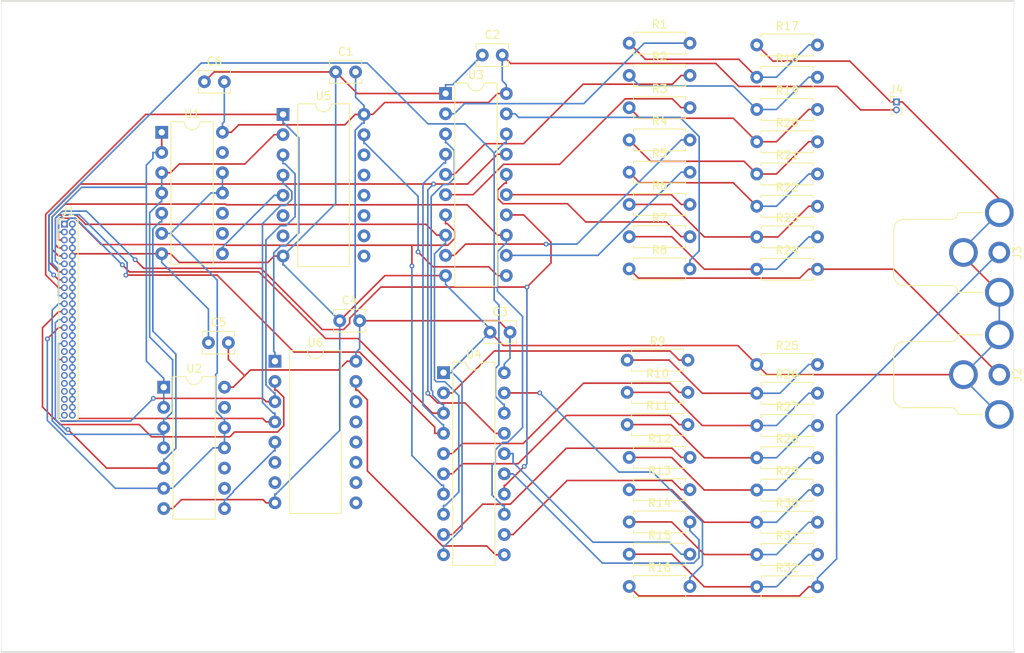
<source format=kicad_pcb>
(kicad_pcb (version 20240108) (generator "pcbnew") (generator_version "8.0")
  (layers (0 "F.Cu" signal) (31 "B.Cu" signal) (34 "B.Paste" user) (35 "F.Paste" user) (36 "B.SilkS" user "B.Silkscreen") (37 "F.SilkS" user "F.Silkscreen") (38 "B.Mask" user) (39 "F.Mask" user) (44 "Edge.Cuts" user))
  (net 0 "")
  (net 1 "+5V")
  (net 2 "GND")
  (net 3 "/A7")
  (net 4 "/A1")
  (net 5 "/XOUT")
  (net 6 "/D5")
  (net 7 "/A6")
  (net 8 "/A0")
  (net 9 "/A5")
  (net 10 "/EXTIOSEL")
  (net 11 "/XIN")
  (net 12 "/A4")
  (net 13 "/D4")
  (net 14 "/XWAIT")
  (net 15 "/XINT")
  (net 16 "/A2")
  (net 17 "/D6")
  (net 18 "/XMI")
  (net 20 "/D2")
  (net 21 "/D3")
  (net 22 "/D1")
  (net 23 "/XIDRQ")
  (net 24 "/A3")
  (net 25 "/D0")
  (net 26 "/XRESET")
  (net 27 "/D7")
  (net 28 "Net-(J2-In)")
  (net 29 "Net-(J3-In)")
  (net 30 "Net-(U3-O0)")
  (net 31 "Net-(R1-Pad1)")
  (net 32 "Net-(U3-O1)")
  (net 33 "Net-(R18-Pad2)")
  (net 34 "Net-(R19-Pad2)")
  (net 35 "Net-(U3-O2)")
  (net 36 "Net-(U3-O3)")
  (net 37 "Net-(R20-Pad2)")
  (net 38 "Net-(R21-Pad2)")
  (net 39 "Net-(U3-O4)")
  (net 40 "Net-(U3-O5)")
  (net 41 "Net-(R22-Pad2)")
  (net 42 "Net-(U3-O6)")
  (net 43 "Net-(R23-Pad2)")
  (net 44 "Net-(U3-O7)")
  (net 45 "Net-(U4-O0)")
  (net 46 "Net-(R25-Pad2)")
  (net 47 "Net-(U4-O1)")
  (net 48 "Net-(R10-Pad1)")
  (net 49 "Net-(U4-O2)")
  (net 50 "Net-(R11-Pad1)")
  (net 51 "Net-(U4-O3)")
  (net 52 "Net-(R12-Pad1)")
  (net 53 "Net-(U4-O4)")
  (net 54 "Net-(R13-Pad1)")
  (net 55 "Net-(R14-Pad1)")
  (net 56 "Net-(U4-O5)")
  (net 57 "Net-(R15-Pad1)")
  (net 58 "Net-(U4-O6)")
  (net 59 "Net-(U4-O7)")
  (net 60 "Net-(U5-E2)")
  (net 61 "Net-(U6-E2)")
  (net 62 "Net-(U3-Cp)")
  (net 63 "Net-(U4-Cp)")
  (footprint "Package_DIP:DIP-14_W7.62mm" (layer "F.Cu") (at 87.904 94.742)
    (property "Reference" "U2")
    (property "Value" "74LS30")
  )
  (footprint "Connector_PinHeader_1.00mm:PinHeader_1x02_P1.00mm_Vertical" (layer "F.Cu") (at 179.832 58.928)
    (property "Reference" "J4")
    (property "Value" "Conn_01x02_Pin")
  )
  (footprint "Package_DIP:DIP-20_W7.62mm" (layer "F.Cu") (at 123.2617 57.87)
    (property "Reference" "U3")
    (property "Value" "74LS374")
  )
  (footprint "Capacitor_THT:C_Disc_D3.8mm_W2.6mm_P2.50mm" (layer "F.Cu") (at 93.004 56.388)
    (property "Reference" "C6")
    (property "Value" "0.1")
  )
  (footprint "Resistor_THT:R_Axial_DIN0207_L6.3mm_D2.5mm_P7.62mm_Horizontal" (layer "F.Cu") (at 162.306 79.926)
    (property "Reference" "R24")
    (property "Value" "10k")
  )
  (footprint "Resistor_THT:R_Axial_DIN0207_L6.3mm_D2.5mm_P7.62mm_Horizontal" (layer "F.Cu") (at 162.306 51.774)
    (property "Reference" "R17")
    (property "Value" "10k")
  )
  (footprint "Resistor_THT:R_Axial_DIN0207_L6.3mm_D2.5mm_P7.62mm_Horizontal" (layer "F.Cu") (at 162.306 119.804)
    (property "Reference" "R32")
    (property "Value" "10k")
  )
  (footprint "Resistor_THT:R_Axial_DIN0207_L6.3mm_D2.5mm_P7.62mm_Horizontal" (layer "F.Cu") (at 162.306 55.824)
    (property "Reference" "R18")
    (property "Value" "10k")
  )
  (footprint "Capacitor_THT:C_Disc_D3.8mm_W2.6mm_P2.50mm" (layer "F.Cu") (at 109.982 86.402)
    (property "Reference" "C4")
    (property "Value" "0.1")
  )
  (footprint "Package_DIP:DIP-14_W7.62mm" (layer "F.Cu") (at 87.65 62.738)
    (property "Reference" "U1")
    (property "Value" "74LS30")
  )
  (footprint "Resistor_THT:R_Axial_DIN0207_L6.3mm_D2.5mm_P7.62mm_Horizontal" (layer "F.Cu") (at 162.306 95.504)
    (property "Reference" "R26")
    (property "Value" "10k")
  )
  (footprint "Connector_PinHeader_1.00mm:PinHeader_2x25_P1.00mm_Vertical" (layer "F.Cu") (at 75.438 74.264)
    (property "Reference" "J1")
    (property "Value" "Conn_02x25_Odd_Even")
  )
  (footprint "Resistor_THT:R_Axial_DIN0207_L6.3mm_D2.5mm_P7.62mm_Horizontal" (layer "F.Cu") (at 162.306 103.604)
    (property "Reference" "R28")
    (property "Value" "10k")
  )
  (footprint "Resistor_THT:R_Axial_DIN0207_L6.3mm_D2.5mm_P7.62mm_Horizontal" (layer "F.Cu") (at 146.304 51.548)
    (property "Reference" "R1")
    (property "Value" "20k")
  )
  (footprint "Resistor_THT:R_Axial_DIN0207_L6.3mm_D2.5mm_P7.62mm_Horizontal" (layer "F.Cu") (at 162.306 91.892)
    (property "Reference" "R25")
    (property "Value" "10k")
  )
  (footprint "Capacitor_THT:C_Disc_D3.8mm_W2.6mm_P2.50mm" (layer "F.Cu") (at 128.8497 87.842)
    (property "Reference" "C3")
    (property "Value" "0.1")
  )
  (footprint "Resistor_THT:R_Axial_DIN0207_L6.3mm_D2.5mm_P7.62mm_Horizontal" (layer "F.Cu") (at 162.306 107.654)
    (property "Reference" "R29")
    (property "Value" "10k")
  )
  (footprint "Resistor_THT:R_Axial_DIN0207_L6.3mm_D2.5mm_P7.62mm_Horizontal" (layer "F.Cu") (at 146.304 107.612)
    (property "Reference" "R13")
    (property "Value" "20k")
  )
  (footprint "Resistor_THT:R_Axial_DIN0207_L6.3mm_D2.5mm_P7.62mm_Horizontal" (layer "F.Cu") (at 162.306 63.924)
    (property "Reference" "R20")
    (property "Value" "10k")
  )
  (footprint "Package_DIP:DIP-16_W10.16mm" (layer "F.Cu") (at 102.87 60.494)
    (property "Reference" "U5")
    (property "Value" "74LS138")
  )
  (footprint "Resistor_THT:R_Axial_DIN0207_L6.3mm_D2.5mm_P7.62mm_Horizontal" (layer "F.Cu") (at 162.306 72.024)
    (property "Reference" "R22")
    (property "Value" "10k")
  )
  (footprint "Resistor_THT:R_Axial_DIN0207_L6.3mm_D2.5mm_P7.62mm_Horizontal" (layer "F.Cu") (at 162.306 115.754)
    (property "Reference" "R31")
    (property "Value" "10k")
  )
  (footprint "Resistor_THT:R_Axial_DIN0207_L6.3mm_D2.5mm_P7.62mm_Horizontal" (layer "F.Cu") (at 146.304 63.698)
    (property "Reference" "R4")
    (property "Value" "20k")
  )
  (footprint "jwm_kicad_footprints_misc.pretty-master:RCA-Phono_CUI-Devices_RCJ-01X_Horizontal" (layer "F.Cu") (at 192.737 77.825 90)
    (property "Reference" "J3")
    (property "Value" "Conn_Coaxial")
  )
  (footprint "Resistor_THT:R_Axial_DIN0207_L6.3mm_D2.5mm_P7.62mm_Horizontal" (layer "F.Cu") (at 146.304 111.662)
    (property "Reference" "R14")
    (property "Value" "20k")
  )
  (footprint "Resistor_THT:R_Axial_DIN0207_L6.3mm_D2.5mm_P7.62mm_Horizontal" (layer "F.Cu") (at 146.304 119.762)
    (property "Reference" "R16")
    (property "Value" "20k")
  )
  (footprint "Package_DIP:DIP-16_W10.16mm" (layer "F.Cu") (at 101.854 91.482)
    (property "Reference" "U6")
    (property "Value" "74LS138")
  )
  (footprint "Resistor_THT:R_Axial_DIN0207_L6.3mm_D2.5mm_P7.62mm_Horizontal" (layer "F.Cu") (at 146.05 95.392)
    (property "Reference" "R10")
    (property "Value" "20k")
  )
  (footprint "Resistor_THT:R_Axial_DIN0207_L6.3mm_D2.5mm_P7.62mm_Horizontal" (layer "F.Cu") (at 162.306 111.704)
    (property "Reference" "R30")
    (property "Value" "10k")
  )
  (footprint "Capacitor_THT:C_Disc_D3.8mm_W2.6mm_P2.50mm" (layer "F.Cu") (at 127.8737 53.044)
    (property "Reference" "C2")
    (property "Value" "0.1")
  )
  (footprint "Resistor_THT:R_Axial_DIN0207_L6.3mm_D2.5mm_P7.62mm_Horizontal" (layer "F.Cu") (at 146.05 99.442)
    (property "Reference" "R11")
    (property "Value" "20k")
  )
  (footprint "Resistor_THT:R_Axial_DIN0207_L6.3mm_D2.5mm_P7.62mm_Horizontal" (layer "F.Cu") (at 146.304 103.562)
    (property "Reference" "R12")
    (property "Value" "20k")
  )
  (footprint "Resistor_THT:R_Axial_DIN0207_L6.3mm_D2.5mm_P7.62mm_Horizontal" (layer "F.Cu") (at 146.304 115.712)
    (property "Reference" "R15")
    (property "Value" "20k")
  )
  (footprint "Package_DIP:DIP-20_W7.62mm" (layer "F.Cu") (at 123.0077 92.922)
    (property "Reference" "U4")
    (property "Value" "74LS374")
  )
  (footprint "Resistor_THT:R_Axial_DIN0207_L6.3mm_D2.5mm_P7.62mm_Horizontal" (layer "F.Cu") (at 146.304 59.648)
    (property "Reference" "R3")
    (property "Value" "20k")
  )
  (footprint "Resistor_THT:R_Axial_DIN0207_L6.3mm_D2.5mm_P7.62mm_Horizontal" (layer "F.Cu") (at 146.304 71.798)
    (property "Reference" "R6")
    (property "Value" "20k")
  )
  (footprint "Resistor_THT:R_Axial_DIN0207_L6.3mm_D2.5mm_P7.62mm_Horizontal" (layer "F.Cu") (at 162.306 67.974)
    (property "Reference" "R21")
    (property "Value" "10k")
  )
  (footprint "Resistor_THT:R_Axial_DIN0207_L6.3mm_D2.5mm_P7.62mm_Horizontal" (layer "F.Cu") (at 146.304 79.898)
    (property "Reference" "R8")
    (property "Value" "20k")
  )
  (footprint "Resistor_THT:R_Axial_DIN0207_L6.3mm_D2.5mm_P7.62mm_Horizontal" (layer "F.Cu") (at 162.306 99.554)
    (property "Reference" "R27")
    (property "Value" "10k")
  )
  (footprint "Resistor_THT:R_Axial_DIN0207_L6.3mm_D2.5mm_P7.62mm_Horizontal" (layer "F.Cu") (at 162.306 59.874)
    (property "Reference" "R19")
    (property "Value" "10k")
  )
  (footprint "Capacitor_THT:C_Disc_D3.8mm_W2.6mm_P2.50mm" (layer "F.Cu") (at 93.512 89.154)
    (property "Reference" "C5")
    (property "Value" "0.1")
  )
  (footprint "Resistor_THT:R_Axial_DIN0207_L6.3mm_D2.5mm_P7.62mm_Horizontal" (layer "F.Cu") (at 146.304 55.598)
    (property "Reference" "R2")
    (property "Value" "20k")
  )
  (footprint "Resistor_THT:R_Axial_DIN0207_L6.3mm_D2.5mm_P7.62mm_Horizontal" (layer "F.Cu") (at 146.05 91.342)
    (property "Reference" "R9")
    (property "Value" "20k")
  )
  (footprint "Resistor_THT:R_Axial_DIN0207_L6.3mm_D2.5mm_P7.62mm_Horizontal" (layer "F.Cu") (at 162.306 75.876)
    (property "Reference" "R23")
    (property "Value" "10k")
  )
  (footprint "Resistor_THT:R_Axial_DIN0207_L6.3mm_D2.5mm_P7.62mm_Horizontal" (layer "F.Cu") (at 146.304 67.748)
    (property "Reference" "R5")
    (property "Value" "20k")
  )
  (footprint "Resistor_THT:R_Axial_DIN0207_L6.3mm_D2.5mm_P7.62mm_Horizontal" (layer "F.Cu") (at 146.304 75.848)
    (property "Reference" "R7")
    (property "Value" "20k")
  )
  (footprint "jwm_kicad_footprints_misc.pretty-master:RCA-Phono_CUI-Devices_RCJ-01X_Horizontal" (layer "F.Cu") (at 192.737 93.169 90)
    (property "Reference" "J2")
    (property "Value" "Conn_Coaxial")
  )
  (footprint "Capacitor_THT:C_Disc_D3.8mm_W2.6mm_P2.50mm" (layer "F.Cu") (at 109.474 55.16)
    (property "Reference" "C1")
    (property "Value" "0.1")
  )
  (gr_line (start 67.564 46.228) (end 194.564 46.228) (stroke (width 0.2)) (layer "Edge.Cuts"))
  (gr_line (start 194.564 46.228) (end 194.564 128.016) (stroke (width 0.05)) (layer "Edge.Cuts"))
  (gr_line (start 194.564 128.016) (end 67.564 128.016) (stroke (width 0.2)) (layer "Edge.Cuts"))
  (gr_line (start 67.564 46.228) (end 67.564 128.016) (stroke (width 0.05)) (layer "Edge.Cuts"))
  (segment (start 97.3077 61.802) (end 110.6203 61.802) (width 0.2) (layer "F.Cu") (net 1))
  (segment (start 160.0563 56.9819) (end 172.3892 56.9819) (width 0.2) (layer "F.Cu") (net 1))
  (segment (start 130.3737 53.044) (end 131.4236 54.0939) (width 0.2) (layer "F.Cu") (net 1))
  (segment (start 130.8817 57.87) (end 129.78 57.87) (width 0.2) (layer "F.Cu") (net 1))
  (segment (start 172.3892 56.9819) (end 175.3353 59.928) (width 0.2) (layer "F.Cu") (net 1))
  (segment (start 175.3353 59.928) (end 179.832 59.928) (width 0.2) (layer "F.Cu") (net 1))
  (segment (start 115.6273 58.9984) (end 128.6516 58.9984) (width 0.2) (layer "F.Cu") (net 1))
  (segment (start 95.524 94.742) (end 96.6257 94.742) (width 0.2) (layer "F.Cu") (net 1))
  (segment (start 95.27 62.738) (end 96.3717 62.738) (width 0.2) (layer "F.Cu") (net 1))
  (segment (start 109.8106 92.5837) (end 98.784 92.5837) (width 0.2) (layer "F.Cu") (net 1))
  (segment (start 113.03 60.494) (end 114.1317 60.494) (width 0.2) (layer "F.Cu") (net 1))
  (segment (start 129.9097 86.402) (end 131.3497 87.842) (width 0.2) (layer "F.Cu") (net 1))
  (segment (start 96.3717 62.738) (end 97.3077 61.802) (width 0.2) (layer "F.Cu") (net 1))
  (segment (start 110.6203 61.802) (end 111.9283 60.494) (width 0.2) (layer "F.Cu") (net 1))
  (segment (start 131.4236 54.0939) (end 157.1683 54.0939) (width 0.2) (layer "F.Cu") (net 1))
  (segment (start 112.4792 60.494) (end 113.03 60.494) (width 0.2) (layer "F.Cu") (net 1))
  (segment (start 157.1683 54.0939) (end 160.0563 56.9819) (width 0.2) (layer "F.Cu") (net 1))
  (segment (start 128.6516 58.9984) (end 129.78 57.87) (width 0.2) (layer "F.Cu") (net 1))
  (segment (start 98.0577 93.31) (end 96.012 91.2643) (width 0.2) (layer "F.Cu") (net 1))
  (segment (start 112.482 86.402) (end 129.9097 86.402) (width 0.2) (layer "F.Cu") (net 1))
  (segment (start 98.784 92.5837) (end 98.0577 93.31) (width 0.2) (layer "F.Cu") (net 1))
  (segment (start 112.4792 60.494) (end 111.9283 60.494) (width 0.2) (layer "F.Cu") (net 1))
  (segment (start 96.6257 94.742) (end 98.0577 93.31) (width 0.2) (layer "F.Cu") (net 1))
  (segment (start 114.1317 60.494) (end 115.6273 58.9984) (width 0.2) (layer "F.Cu") (net 1))
  (segment (start 112.014 91.482) (end 110.9123 91.482) (width 0.2) (layer "F.Cu") (net 1))
  (segment (start 96.012 91.2643) (end 96.012 89.154) (width 0.2) (layer "F.Cu") (net 1))
  (segment (start 110.9123 91.482) (end 109.8106 92.5837) (width 0.2) (layer "F.Cu") (net 1))
  (segment (start 130.882 56.7683) (end 130.374 56.2603) (width 0.2) (layer "B.Cu") (net 1))
  (segment (start 131.3497 89.4698) (end 131.3497 87.842) (width 0.2) (layer "B.Cu") (net 1))
  (segment (start 112.014 90.3803) (end 112.482 89.9123) (width 0.2) (layer "B.Cu") (net 1))
  (segment (start 113.03 60.494) (end 113.03 61.5957) (width 0.2) (layer "B.Cu") (net 1))
  (segment (start 130.628 91.8203) (end 131.35 91.0983) (width 0.2) (layer "B.Cu") (net 1))
  (segment (start 112.802 61.5957) (end 111.925 62.4728) (width 0.2) (layer "B.Cu") (net 1))
  (segment (start 95.27 62.738) (end 95.27 61.6363) (width 0.2) (layer "B.Cu") (net 1))
  (segment (start 130.6277 92.3714) (end 130.6277 92.922) (width 0.2) (layer "B.Cu") (net 1))
  (segment (start 130.628 92.3711) (end 130.628 91.8203) (width 0.2) (layer "B.Cu") (net 1))
  (segment (start 130.374 54.6521) (end 130.374 53.044) (width 0.2) (layer "B.Cu") (net 1))
  (segment (start 111.974 58.3363) (end 111.974 55.16) (width 0.2) (layer "B.Cu") (net 1))
  (segment (start 112.482 89.9123) (end 112.482 86.402) (width 0.2) (layer "B.Cu") (net 1))
  (segment (start 111.925 85.8446) (end 112.482 86.402) (width 0.2) (layer "B.Cu") (net 1))
  (segment (start 131.35 89.4701) (end 131.3497 89.4698) (width 0.2) (layer "B.Cu") (net 1))
  (segment (start 130.628 92.3711) (end 130.6277 92.3714) (width 0.2) (layer "B.Cu") (net 1))
  (segment (start 113.03 59.3923) (end 111.974 58.3363) (width 0.2) (layer "B.Cu") (net 1))
  (segment (start 130.374 54.6521) (end 130.3737 54.6518) (width 0.2) (layer "B.Cu") (net 1))
  (segment (start 131.35 89.4701) (end 131.35 87.842) (width 0.2) (layer "B.Cu") (net 1))
  (segment (start 112.014 91.482) (end 112.014 90.3803) (width 0.2) (layer "B.Cu") (net 1))
  (segment (start 131.35 91.0983) (end 131.35 89.4701) (width 0.2) (layer "B.Cu") (net 1))
  (segment (start 130.374 56.2603) (end 130.374 54.6521) (width 0.2) (layer "B.Cu") (net 1))
  (segment (start 111.925 62.4728) (end 111.925 85.8446) (width 0.2) (layer "B.Cu") (net 1))
  (segment (start 95.27 61.6363) (end 95.504 61.4023) (width 0.2) (layer "B.Cu") (net 1))
  (segment (start 130.8817 57.87) (end 130.882 57.87) (width 0.2) (layer "B.Cu") (net 1))
  (segment (start 113.03 60.494) (end 113.03 59.3923) (width 0.2) (layer "B.Cu") (net 1))
  (segment (start 95.504 61.4023) (end 95.504 56.388) (width 0.2) (layer "B.Cu") (net 1))
  (segment (start 130.882 57.87) (end 130.882 56.7683) (width 0.2) (layer "B.Cu") (net 1))
  (segment (start 113.03 61.5957) (end 112.802 61.5957) (width 0.2) (layer "B.Cu") (net 1))
  (segment (start 130.3737 54.6518) (end 130.3737 53.044) (width 0.2) (layer "B.Cu") (net 1))
  (segment (start 130.628 92.922) (end 130.628 92.3711) (width 0.2) (layer "B.Cu") (net 1))
  (segment (start 163.583 93.169) (end 188.237 93.169) (width 0.2) (layer "F.Cu") (net 2))
  (segment (start 89.8537 79.08) (end 88.7517 77.978) (width 0.2) (layer "F.Cu") (net 2))
  (segment (start 87.904 109.982) (end 89.0057 109.982) (width 0.2) (layer "F.Cu") (net 2))
  (segment (start 86.5483 77.978) (end 86.5356 77.9907) (width 0.2) (layer "F.Cu") (net 2))
  (segment (start 101.7683 78.274) (end 100.9623 79.08) (width 0.2) (layer "F.Cu") (net 2))
  (segment (start 100.3515 108.8612) (end 90.1265 108.8612) (width 0.2) (layer "F.Cu") (net 2))
  (segment (start 173.9763 53.799) (end 164.331 53.799) (width 0.2) (layer "F.Cu") (net 2))
  (segment (start 192.737 82.825) (end 188.237 78.325) (width 0.2) (layer "F.Cu") (net 2))
  (segment (start 159.9252 89.5112) (end 162.306 91.892) (width 0.2) (layer "F.Cu") (net 2))
  (segment (start 128.8497 87.842) (end 130.5189 89.5112) (width 0.2) (layer "F.Cu") (net 2))
  (segment (start 123.2617 57.87) (end 112.184 57.87) (width 0.2) (layer "F.Cu") (net 2))
  (segment (start 86.5356 77.9907) (end 76.438 77.9907) (width 0.2) (layer "F.Cu") (net 2))
  (segment (start 112.184 57.87) (end 109.474 55.16) (width 0.2) (layer "F.Cu") (net 2))
  (segment (start 192.737 71.1063) (end 180.5587 58.928) (width 0.2) (layer "F.Cu") (net 2))
  (segment (start 162.306 91.892) (end 163.583 93.169) (width 0.2) (layer "F.Cu") (net 2))
  (segment (start 102.87 78.274) (end 101.7683 78.274) (width 0.2) (layer "F.Cu") (net 2))
  (segment (start 179.832 58.928) (end 179.1053 58.928) (width 0.2) (layer "F.Cu") (net 2))
  (segment (start 179.832 58.928) (end 180.5587 58.928) (width 0.2) (layer "F.Cu") (net 2))
  (segment (start 87.65 77.978) (end 86.5483 77.978) (width 0.2) (layer "F.Cu") (net 2))
  (segment (start 179.1053 58.928) (end 173.9763 53.799) (width 0.2) (layer "F.Cu") (net 2))
  (segment (start 188.237 78.325) (end 188.237 77.825) (width 0.2) (layer "F.Cu") (net 2))
  (segment (start 94.232 55.16) (end 93.004 56.388) (width 0.2) (layer "F.Cu") (net 2))
  (segment (start 76.438 77.9907) (end 76.438 78.264) (width 0.2) (layer "F.Cu") (net 2))
  (segment (start 109.982 86.402) (end 115.654 80.73) (width 0.2) (layer "F.Cu") (net 2))
  (segment (start 101.854 109.262) (end 100.7523 109.262) (width 0.2) (layer "F.Cu") (net 2))
  (segment (start 90.1265 108.8612) (end 89.0057 109.982) (width 0.2) (layer "F.Cu") (net 2))
  (segment (start 87.65 77.978) (end 88.7517 77.978) (width 0.2) (layer "F.Cu") (net 2))
  (segment (start 130.5189 89.5112) (end 159.9252 89.5112) (width 0.2) (layer "F.Cu") (net 2))
  (segment (start 100.7523 109.262) (end 100.3515 108.8612) (width 0.2) (layer "F.Cu") (net 2))
  (segment (start 115.654 80.73) (end 123.2617 80.73) (width 0.2) (layer "F.Cu") (net 2))
  (segment (start 100.9623 79.08) (end 89.8537 79.08) (width 0.2) (layer "F.Cu") (net 2))
  (segment (start 192.737 72.825) (end 192.737 71.1063) (width 0.2) (layer "F.Cu") (net 2))
  (segment (start 109.474 55.16) (end 94.232 55.16) (width 0.2) (layer "F.Cu") (net 2))
  (segment (start 164.331 53.799) (end 162.306 51.774) (width 0.2) (layer "F.Cu") (net 2))
  (segment (start 76.438 77.264) (end 76.438 77.9907) (width 0.2) (layer "F.Cu") (net 2))
  (segment (start 76.438 87.264) (end 76.438 88.264) (width 0.2) (layer "B.Cu") (net 2))
  (segment (start 123.146 114.68) (end 125.329 112.497) (width 0.2) (layer "B.Cu") (net 2))
  (segment (start 101.854 109.262) (end 101.854 108.16) (width 0.2) (layer "B.Cu") (net 2))
  (segment (start 192.737 88.669) (end 192.737 88.169) (width 0.2) (layer "B.Cu") (net 2))
  (segment (start 123.262 81.8317) (end 128.85 87.4197) (width 0.2) (layer "B.Cu") (net 2))
  (segment (start 192.737 88.169) (end 192.737 82.825) (width 0.2) (layer "B.Cu") (net 2))
  (segment (start 109.474 55.16) (end 109.474 71.67) (width 0.2) (layer "B.Cu") (net 2))
  (segment (start 76.438 79.264) (end 76.438 80.264) (width 0.2) (layer "B.Cu") (net 2))
  (segment (start 188.237 93.669) (end 192.737 98.169) (width 0.2) (layer "B.Cu") (net 2))
  (segment (start 76.438 94.264) (end 76.438 95.264) (width 0.2) (layer "B.Cu") (net 2))
  (segment (start 128.85 87.4197) (end 128.85 87.842) (width 0.2) (layer "B.Cu") (net 2))
  (segment (start 102.87 78.274) (end 102.87 79.3757) (width 0.2) (layer "B.Cu") (net 2))
  (segment (start 123.2617 57.87) (end 123.262 57.87) (width 0.2) (layer "B.Cu") (net 2))
  (segment (start 76.438 88.264) (end 76.438 89.264) (width 0.2) (layer "B.Cu") (net 2))
  (segment (start 188.237 77.325) (end 192.737 72.825) (width 0.2) (layer "B.Cu") (net 2))
  (segment (start 125.329 112.497) (end 125.329 94.1414) (width 0.2) (layer "B.Cu") (net 2))
  (segment (start 123.0077 115.2313) (end 123.0077 115.782) (width 0.2) (layer "B.Cu") (net 2))
  (segment (start 76.438 84.264) (end 76.438 85.264) (width 0.2) (layer "B.Cu") (net 2))
  (segment (start 76.438 82.264) (end 76.438 83.264) (width 0.2) (layer "B.Cu") (net 2))
  (segment (start 109.474 71.67) (end 102.87 78.274) (width 0.2) (layer "B.Cu") (net 2))
  (segment (start 102.956 79.3757) (end 109.982 86.402) (width 0.2) (layer "B.Cu") (net 2))
  (segment (start 101.854 108.16) (end 101.992 108.16) (width 0.2) (layer "B.Cu") (net 2))
  (segment (start 76.438 83.264) (end 76.438 84.264) (width 0.2) (layer "B.Cu") (net 2))
  (segment (start 123.262 56.7683) (end 124.149 56.7683) (width 0.2) (layer "B.Cu") (net 2))
  (segment (start 123.008 114.68) (end 123.146 114.68) (width 0.2) (layer "B.Cu") (net 2))
  (segment (start 123.008 115.231) (end 123.008 114.68) (width 0.2) (layer "B.Cu") (net 2))
  (segment (start 102.87 79.3757) (end 102.956 79.3757) (width 0.2) (layer "B.Cu") (net 2))
  (segment (start 123.2617 80.73) (end 123.262 80.73) (width 0.2) (layer "B.Cu") (net 2))
  (segment (start 76.438 89.264) (end 76.438 90.264) (width 0.2) (layer "B.Cu") (net 2))
  (segment (start 76.438 78.264) (end 76.438 79.264) (width 0.2) (layer "B.Cu") (net 2))
  (segment (start 87.65 79.0797) (end 93.512 84.9417) (width 0.2) (layer "B.Cu") (net 2))
  (segment (start 125.329 94.1414) (end 124.109 92.922) (width 0.2) (layer "B.Cu") (net 2))
  (segment (start 123.262 57.87) (end 123.262 56.7683) (width 0.2) (layer "B.Cu") (net 2))
  (segment (start 76.438 97.264) (end 76.438 98.264) (width 0.2) (layer "B.Cu") (net 2))
  (segment (start 76.438 85.264) (end 76.438 86.264) (width 0.2) (layer "B.Cu") (net 2))
  (segment (start 87.65 77.978) (end 87.65 79.0797) (width 0.2) (layer "B.Cu") (net 2))
  (segment (start 76.438 90.264) (end 76.438 91.264) (width 0.2) (layer "B.Cu") (net 2))
  (segment (start 123.008 92.922) (end 124.109 92.922) (width 0.2) (layer "B.Cu") (net 2))
  (segment (start 76.438 93.264) (end 76.438 94.264) (width 0.2) (layer "B.Cu") (net 2))
  (segment (start 123.262 80.73) (end 123.262 81.8317) (width 0.2) (layer "B.Cu") (net 2))
  (segment (start 76.438 96.264) (end 76.438 97.264) (width 0.2) (layer "B.Cu") (net 2))
  (segment (start 93.512 84.9417) (end 93.512 89.154) (width 0.2) (layer "B.Cu") (net 2))
  (segment (start 188.237 93.169) (end 192.737 88.669) (width 0.2) (layer "B.Cu") (net 2))
  (segment (start 109.982 100.17) (end 109.982 86.402) (width 0.2) (layer "B.Cu") (net 2))
  (segment (start 126.2776 54.6401) (end 127.8737 53.044) (width 0.2) (layer "B.Cu") (net 2))
  (segment (start 128.85 87.842) (end 124.109 92.5823) (width 0.2) (layer "B.Cu") (net 2))
  (segment (start 123.008 115.231) (end 123.0077 115.2313) (width 0.2) (layer "B.Cu") (net 2))
  (segment (start 76.438 76.264) (end 76.438 77.264) (width 0.2) (layer "B.Cu") (net 2))
  (segment (start 123.008 92.922) (end 123.0077 92.922) (width 0.2) (layer "B.Cu") (net 2))
  (segment (start 76.438 86.264) (end 76.438 87.264) (width 0.2) (layer "B.Cu") (net 2))
  (segment (start 76.438 95.264) (end 76.438 96.264) (width 0.2) (layer "B.Cu") (net 2))
  (segment (start 123.008 115.782) (end 123.008 115.231) (width 0.2) (layer "B.Cu") (net 2))
  (segment (start 76.438 92.264) (end 76.438 93.264) (width 0.2) (layer "B.Cu") (net 2))
  (segment (start 76.438 80.264) (end 76.438 81.264) (width 0.2) (layer "B.Cu") (net 2))
  (segment (start 124.149 56.7683) (end 126.2776 54.6401) (width 0.2) (layer "B.Cu") (net 2))
  (segment (start 76.438 74.264) (end 76.438 75.264) (width 0.2) (layer "B.Cu") (net 2))
  (segment (start 128.8497 87.842) (end 128.85 87.842) (width 0.2) (layer "B.Cu") (net 2))
  (segment (start 126.2776 54.6401) (end 127.874 53.044) (width 0.2) (layer "B.Cu") (net 2))
  (segment (start 124.109 92.5823) (end 124.109 92.922) (width 0.2) (layer "B.Cu") (net 2))
  (segment (start 101.992 108.16) (end 109.982 100.17) (width 0.2) (layer "B.Cu") (net 2))
  (segment (start 188.237 77.825) (end 188.237 77.325) (width 0.2) (layer "B.Cu") (net 2))
  (segment (start 76.438 81.264) (end 76.438 82.264) (width 0.2) (layer "B.Cu") (net 2))
  (segment (start 188.237 93.169) (end 188.237 93.669) (width 0.2) (layer "B.Cu") (net 2))
  (segment (start 76.438 91.264) (end 76.438 92.264) (width 0.2) (layer "B.Cu") (net 2))
  (segment (start 76.438 75.264) (end 76.438 76.264) (width 0.2) (layer "B.Cu") (net 2))
  (segment (start 100.7523 96.562) (end 100.3399 96.1496) (width 0.2) (layer "F.Cu") (net 3))
  (segment (start 100.3399 96.1496) (end 86.6002 96.1496) (width 0.2) (layer "F.Cu") (net 3))
  (segment (start 101.854 96.562) (end 100.7523 96.562) (width 0.2) (layer "F.Cu") (net 3))
  (via (at 86.6002 96.1496) (size 0.6) (drill 0.3) (layers "F.Cu" "B.Cu") (net 3))
  (segment (start 101.854 95.4603) (end 101.7163 95.4603) (width 0.2) (layer "B.Cu") (net 3))
  (segment (start 104.3808 73.3299) (end 104.3808 67.9582) (width 0.2) (layer "B.Cu") (net 3))
  (segment (start 102.87 65.574) (end 102.87 66.6757) (width 0.2) (layer "B.Cu") (net 3))
  (segment (start 100.7255 76.2618) (end 102.5233 74.464) (width 0.2) (layer "B.Cu") (net 3))
  (segment (start 102.5233 74.464) (end 103.2467 74.464) (width 0.2) (layer "B.Cu") (net 3))
  (segment (start 74.7113 89.264) (end 74.7113 98.5875) (width 0.2) (layer "B.Cu") (net 3))
  (segment (start 103.2467 74.464) (end 104.3808 73.3299) (width 0.2) (layer "B.Cu") (net 3))
  (segment (start 75.438 89.264) (end 74.7113 89.264) (width 0.2) (layer "B.Cu") (net 3))
  (segment (start 100.7255 94.4695) (end 100.7255 76.2618) (width 0.2) (layer "B.Cu") (net 3))
  (segment (start 75.1216 98.9978) (end 83.752 98.9978) (width 0.2) (layer "B.Cu") (net 3))
  (segment (start 74.7113 98.5875) (end 75.1216 98.9978) (width 0.2) (layer "B.Cu") (net 3))
  (segment (start 104.3808 67.9582) (end 103.0983 66.6757) (width 0.2) (layer "B.Cu") (net 3))
  (segment (start 83.752 98.9978) (end 86.6002 96.1496) (width 0.2) (layer "B.Cu") (net 3))
  (segment (start 101.854 96.562) (end 101.854 95.4603) (width 0.2) (layer "B.Cu") (net 3))
  (segment (start 101.7163 95.4603) (end 100.7255 94.4695) (width 0.2) (layer "B.Cu") (net 3))
  (segment (start 103.0983 66.6757) (end 102.87 66.6757) (width 0.2) (layer "B.Cu") (net 3))
  (segment (start 87.65 65.278) (end 87.65 62.738) (width 0.2) (layer "F.Cu") (net 4))
  (segment (start 73.898 79.1595) (end 74.7113 79.9728) (width 0.2) (layer "B.Cu") (net 4))
  (segment (start 73.898 73.3526) (end 73.898 79.1595) (width 0.2) (layer "B.Cu") (net 4))
  (segment (start 85.7228 69.6435) (end 77.6071 69.6435) (width 0.2) (layer "B.Cu") (net 4))
  (segment (start 75.438 83.264) (end 74.7113 83.264) (width 0.2) (layer "B.Cu") (net 4))
  (segment (start 74.7113 79.9728) (end 74.7113 83.264) (width 0.2) (layer "B.Cu") (net 4))
  (segment (start 85.7228 66.8505) (end 85.7228 69.6435) (width 0.2) (layer "B.Cu") (net 4))
  (segment (start 86.5483 65.278) (end 86.5483 66.025) (width 0.2) (layer "B.Cu") (net 4))
  (segment (start 87.904 94.742) (end 87.904 97.282) (width 0.2) (layer "B.Cu") (net 4))
  (segment (start 87.65 65.278) (end 86.5483 65.278) (width 0.2) (layer "B.Cu") (net 4))
  (segment (start 87.904 93.6403) (end 87.904 94.742) (width 0.2) (layer "B.Cu") (net 4))
  (segment (start 85.7228 91.4591) (end 87.904 93.6403) (width 0.2) (layer "B.Cu") (net 4))
  (segment (start 85.7228 69.6435) (end 85.7228 91.4591) (width 0.2) (layer "B.Cu") (net 4))
  (segment (start 77.6071 69.6435) (end 73.898 73.3526) (width 0.2) (layer "B.Cu") (net 4))
  (segment (start 86.5483 66.025) (end 85.7228 66.8505) (width 0.2) (layer "B.Cu") (net 4))
  (segment (start 76.8725 99.0125) (end 75.1002 99.0125) (width 0.2) (layer "F.Cu") (net 5))
  (segment (start 100.7523 99.102) (end 100.3174 98.6671) (width 0.2) (layer "F.Cu") (net 5))
  (segment (start 100.3174 98.6671) (end 77.2179 98.6671) (width 0.2) (layer "F.Cu") (net 5))
  (segment (start 75.438 91.264) (end 74.7113 91.264) (width 0.2) (layer "F.Cu") (net 5))
  (segment (start 101.854 99.102) (end 100.7523 99.102) (width 0.2) (layer "F.Cu") (net 5))
  (segment (start 75.1002 99.0125) (end 74.7113 98.6236) (width 0.2) (layer "F.Cu") (net 5))
  (segment (start 74.7113 98.6236) (end 74.7113 91.264) (width 0.2) (layer "F.Cu") (net 5))
  (segment (start 77.2179 98.6671) (end 76.8725 99.0125) (width 0.2) (layer "F.Cu") (net 5))
  (segment (start 102.87 69.2157) (end 103.0077 69.2157) (width 0.2) (layer "B.Cu") (net 5))
  (segment (start 100.2931 96.6677) (end 101.6257 98.0003) (width 0.2) (layer "B.Cu") (net 5))
  (segment (start 102.5684 71.924) (end 100.2931 74.1993) (width 0.2) (layer "B.Cu") (net 5))
  (segment (start 101.854 99.102) (end 101.854 98.0003) (width 0.2) (layer "B.Cu") (net 5))
  (segment (start 101.6257 98.0003) (end 101.854 98.0003) (width 0.2) (layer "B.Cu") (net 5))
  (segment (start 103.9747 71.1488) (end 103.1995 71.924) (width 0.2) (layer "B.Cu") (net 5))
  (segment (start 102.87 68.114) (end 102.87 69.2157) (width 0.2) (layer "B.Cu") (net 5))
  (segment (start 103.1995 71.924) (end 102.5684 71.924) (width 0.2) (layer "B.Cu") (net 5))
  (segment (start 103.0077 69.2157) (end 103.9747 70.1827) (width 0.2) (layer "B.Cu") (net 5))
  (segment (start 103.9747 70.1827) (end 103.9747 71.1488) (width 0.2) (layer "B.Cu") (net 5))
  (segment (start 100.2931 74.1993) (end 100.2931 96.6677) (width 0.2) (layer "B.Cu") (net 5))
  (segment (start 130.7654 107.0603) (end 133.1323 104.6934) (width 0.2) (layer "F.Cu") (net 6))
  (segment (start 130.6277 107.0603) (end 130.7654 107.0603) (width 0.2) (layer "F.Cu") (net 6))
  (segment (start 136.4862 79.156) (end 133.4684 82.1738) (width 0.2) (layer "F.Cu") (net 6))
  (segment (start 133.4684 82.1738) (end 115.1522 82.1738) (width 0.2) (layer "F.Cu") (net 6))
  (segment (start 107.7873 87.5038) (end 100.0985 79.815) (width 0.2) (layer "F.Cu") (net 6))
  (segment (start 136.4862 76.5351) (end 136.4862 79.156) (width 0.2) (layer "F.Cu") (net 6))
  (segment (start 131.9834 73.11) (end 133.0611 73.11) (width 0.2) (layer "F.Cu") (net 6))
  (segment (start 85.3933 79.815) (end 84.3107 78.7324) (width 0.2) (layer "F.Cu") (net 6))
  (segment (start 111.232 86.7356) (end 110.4638 87.5038) (width 0.2) (layer "F.Cu") (net 6))
  (segment (start 130.6277 108.162) (end 130.6277 107.0603) (width 0.2) (layer "F.Cu") (net 6))
  (segment (start 110.4638 87.5038) (end 107.7873 87.5038) (width 0.2) (layer "F.Cu") (net 6))
  (segment (start 130.8817 73.11) (end 131.9834 73.11) (width 0.2) (layer "F.Cu") (net 6))
  (segment (start 115.1522 82.1738) (end 111.232 86.094) (width 0.2) (layer "F.Cu") (net 6))
  (segment (start 100.0985 79.815) (end 85.3933 79.815) (width 0.2) (layer "F.Cu") (net 6))
  (segment (start 111.232 86.094) (end 111.232 86.7356) (width 0.2) (layer "F.Cu") (net 6))
  (segment (start 133.0611 73.11) (end 136.4862 76.5351) (width 0.2) (layer "F.Cu") (net 6))
  (via (at 133.4684 82.1738) (size 0.6) (drill 0.3) (layers "F.Cu" "B.Cu") (net 6))
  (via (at 84.3107 78.7324) (size 0.6) (drill 0.3) (layers "F.Cu" "B.Cu") (net 6))
  (via (at 133.1323 104.6934) (size 0.6) (drill 0.3) (layers "F.Cu" "B.Cu") (net 6))
  (segment (start 78.2148 72.6365) (end 84.3107 78.7324) (width 0.2) (layer "B.Cu") (net 6))
  (segment (start 75.2196 72.6365) (end 78.2148 72.6365) (width 0.2) (layer "B.Cu") (net 6))
  (segment (start 74.3035 78.8562) (end 74.3035 73.5526) (width 0.2) (layer "B.Cu") (net 6))
  (segment (start 75.438 79.264) (end 74.7113 79.264) (width 0.2) (layer "B.Cu") (net 6))
  (segment (start 74.7113 79.264) (end 74.3035 78.8562) (width 0.2) (layer "B.Cu") (net 6))
  (segment (start 133.4684 82.1738) (end 133.4684 104.3573) (width 0.2) (layer "B.Cu") (net 6))
  (segment (start 74.3035 73.5526) (end 75.2196 72.6365) (width 0.2) (layer "B.Cu") (net 6))
  (segment (start 133.4684 104.3573) (end 133.1323 104.6934) (width 0.2) (layer "B.Cu") (net 6))
  (segment (start 85.6396 60.494) (end 73.0915 73.0421) (width 0.2) (layer "F.Cu") (net 8))
  (segment (start 75.438 82.264) (end 74.7113 82.264) (width 0.2) (layer "F.Cu") (net 8))
  (segment (start 102.87 60.494) (end 85.6396 60.494) (width 0.2) (layer "F.Cu") (net 8))
  (segment (start 73.0915 73.0421) (end 73.0915 80.6442) (width 0.2) (layer "F.Cu") (net 8))
  (segment (start 73.0915 80.6442) (end 74.7113 82.264) (width 0.2) (layer "F.Cu") (net 8))
  (segment (start 101.854 90.3803) (end 101.706 90.2327) (width 0.2) (layer "B.Cu") (net 8))
  (segment (start 104.851 63.439) (end 103.008 61.5957) (width 0.2) (layer "B.Cu") (net 8))
  (segment (start 104.851 75.3524) (end 104.851 63.439) (width 0.2) (layer "B.Cu") (net 8))
  (segment (start 102.58 77.004) (end 103.199 77.004) (width 0.2) (layer "B.Cu") (net 8))
  (segment (start 101.854 91.482) (end 101.854 90.3803) (width 0.2) (layer "B.Cu") (net 8))
  (segment (start 103.008 61.5957) (end 102.87 61.5957) (width 0.2) (layer "B.Cu") (net 8))
  (segment (start 101.706 90.2327) (end 101.706 77.8779) (width 0.2) (layer "B.Cu") (net 8))
  (segment (start 102.87 61.5957) (end 102.87 60.494) (width 0.2) (layer "B.Cu") (net 8))
  (segment (start 103.199 77.004) (end 104.851 75.3524) (width 0.2) (layer "B.Cu") (net 8))
  (segment (start 101.706 77.8779) (end 102.58 77.004) (width 0.2) (layer "B.Cu") (net 8))
  (segment (start 73.3005 88.6748) (end 74.7113 87.264) (width 0.2) (layer "F.Cu") (net 9))
  (segment (start 75.438 87.264) (end 74.7113 87.264) (width 0.2) (layer "F.Cu") (net 9))
  (via (at 73.3005 88.6748) (size 0.6) (drill 0.3) (layers "F.Cu" "B.Cu") (net 9))
  (segment (start 95.524 102.362) (end 94.0857 102.362) (width 0.2) (layer "B.Cu") (net 9))
  (segment (start 88.7517 75.438) (end 93.8317 70.358) (width 0.2) (layer "B.Cu") (net 9))
  (segment (start 95.524 98.7203) (end 95.3863 98.7203) (width 0.2) (layer "B.Cu") (net 9))
  (segment (start 87.904 107.442) (end 81.8258 107.442) (width 0.2) (layer "B.Cu") (net 9))
  (segment (start 94.6167 92.9494) (end 94.6167 81.303) (width 0.2) (layer "B.Cu") (net 9))
  (segment (start 81.8258 107.442) (end 73.3005 98.9167) (width 0.2) (layer "B.Cu") (net 9))
  (segment (start 89.0057 107.442) (end 87.904 107.442) (width 0.2) (layer "B.Cu") (net 9))
  (segment (start 94.0857 102.362) (end 89.0057 107.442) (width 0.2) (layer "B.Cu") (net 9))
  (segment (start 95.3863 98.7203) (end 94.412 97.746) (width 0.2) (layer "B.Cu") (net 9))
  (segment (start 95.524 102.362) (end 95.524 99.822) (width 0.2) (layer "B.Cu") (net 9))
  (segment (start 94.412 97.746) (end 94.412 93.1541) (width 0.2) (layer "B.Cu") (net 9))
  (segment (start 93.8317 70.358) (end 95.27 70.358) (width 0.2) (layer "B.Cu") (net 9))
  (segment (start 73.3005 98.9167) (end 73.3005 88.6748) (width 0.2) (layer "B.Cu") (net 9))
  (segment (start 87.65 75.438) (end 88.7517 75.438) (width 0.2) (layer "B.Cu") (net 9))
  (segment (start 95.27 70.358) (end 95.27 67.818) (width 0.2) (layer "B.Cu") (net 9))
  (segment (start 94.412 93.1541) (end 94.6167 92.9494) (width 0.2) (layer "B.Cu") (net 9))
  (segment (start 94.6167 81.303) (end 88.7517 75.438) (width 0.2) (layer "B.Cu") (net 9))
  (segment (start 95.524 99.822) (end 95.524 98.7203) (width 0.2) (layer "B.Cu") (net 9))
  (segment (start 80.7353 104.902) (end 75.8856 100.0523) (width 0.2) (layer "F.Cu") (net 12))
  (segment (start 87.904 104.902) (end 80.7353 104.902) (width 0.2) (layer "F.Cu") (net 12))
  (via (at 75.8856 100.0523) (size 0.6) (drill 0.3) (layers "F.Cu" "B.Cu") (net 12))
  (segment (start 75.438 86.264) (end 74.7113 86.264) (width 0.2) (layer "B.Cu") (net 12))
  (segment (start 86.5394 87.7057) (end 86.5394 74.882) (width 0.2) (layer "B.Cu") (net 12))
  (segment (start 89.4277 102.414) (end 89.4277 90.594) (width 0.2) (layer "B.Cu") (net 12))
  (segment (start 89.4277 90.594) (end 86.5394 87.7057) (width 0.2) (layer "B.Cu") (net 12))
  (segment (start 86.5394 74.882) (end 87.4217 73.9997) (width 0.2) (layer "B.Cu") (net 12))
  (segment (start 74.3096 86.6657) (end 74.3096 98.7765) (width 0.2) (layer "B.Cu") (net 12))
  (segment (start 87.904 103.8) (end 88.0417 103.8) (width 0.2) (layer "B.Cu") (net 12))
  (segment (start 74.3096 98.7765) (end 75.5854 100.0523) (width 0.2) (layer "B.Cu") (net 12))
  (segment (start 74.7113 86.264) (end 74.3096 86.6657) (width 0.2) (layer "B.Cu") (net 12))
  (segment (start 75.5854 100.0523) (end 75.8856 100.0523) (width 0.2) (layer "B.Cu") (net 12))
  (segment (start 87.904 104.902) (end 87.904 103.8) (width 0.2) (layer "B.Cu") (net 12))
  (segment (start 87.65 73.9997) (end 87.65 72.898) (width 0.2) (layer "B.Cu") (net 12))
  (segment (start 87.4217 73.9997) (end 87.65 73.9997) (width 0.2) (layer "B.Cu") (net 12))
  (segment (start 88.0417 103.8) (end 89.4277 102.414) (width 0.2) (layer "B.Cu") (net 12))
  (segment (start 125.97 71.84) (end 95.7701 71.84) (width 0.2) (layer "F.Cu") (net 13))
  (segment (start 74.538 72.7354) (end 74.5359 72.7354) (width 0.2) (layer "F.Cu") (net 13))
  (segment (start 75.438 78.264) (end 74.7113 78.264) (width 0.2) (layer "F.Cu") (net 13))
  (segment (start 75.5192 71.7542) (end 74.538 72.7354) (width 0.2) (layer "F.Cu") (net 13))
  (segment (start 129.78 75.65) (end 125.97 71.84) (width 0.2) (layer "F.Cu") (net 13))
  (segment (start 95.7701 71.84) (end 95.6843 71.7542) (width 0.2) (layer "F.Cu") (net 13))
  (segment (start 95.6843 71.7542) (end 75.5192 71.7542) (width 0.2) (layer "F.Cu") (net 13))
  (segment (start 73.9079 73.3655) (end 73.9079 77.4606) (width 0.2) (layer "F.Cu") (net 13))
  (segment (start 130.8817 75.65) (end 129.78 75.65) (width 0.2) (layer "F.Cu") (net 13))
  (segment (start 73.9094 73.364) (end 73.9079 73.3655) (width 0.2) (layer "F.Cu") (net 13))
  (segment (start 73.9094 73.3619) (end 73.9094 73.364) (width 0.2) (layer "F.Cu") (net 13))
  (segment (start 74.5359 72.7354) (end 73.9094 73.3619) (width 0.2) (layer "F.Cu") (net 13))
  (segment (start 73.9079 77.4606) (end 74.7113 78.264) (width 0.2) (layer "F.Cu") (net 13))
  (segment (start 130.882 76.1728) (end 130.882 76.7517) (width 0.2) (layer "B.Cu") (net 13))
  (segment (start 129.771 77.725) (end 129.771 82.7049) (width 0.2) (layer "B.Cu") (net 13))
  (segment (start 130.882 76.1728) (end 130.8817 76.1725) (width 0.2) (layer "B.Cu") (net 13))
  (segment (start 129.496 104.154) (end 129.094 104.556) (width 0.2) (layer "B.Cu") (net 13))
  (segment (start 129.094 104.556) (end 129.094 108.295) (width 0.2) (layer "B.Cu") (net 13))
  (segment (start 130.6277 110.1513) (end 130.6277 110.702) (width 0.2) (layer "B.Cu") (net 13))
  (segment (start 130.399 109.6) (end 130.628 109.6) (width 0.2) (layer "B.Cu") (net 13))
  (segment (start 129.771 82.7049) (end 132.917 85.851) (width 0.2) (layer "B.Cu") (net 13))
  (segment (start 130.882 76.7517) (end 130.744 76.7517) (width 0.2) (layer "B.Cu") (net 13))
  (segment (start 129.094 108.295) (end 130.399 109.6) (width 0.2) (layer "B.Cu") (net 13))
  (segment (start 132.917 99.8131) (end 131.06 101.67) (width 0.2) (layer "B.Cu") (net 13))
  (segment (start 130.628 109.6) (end 130.628 110.151) (width 0.2) (layer "B.Cu") (net 13))
  (segment (start 131.06 101.67) (end 130.435 101.67) (width 0.2) (layer "B.Cu") (net 13))
  (segment (start 130.628 110.151) (end 130.6277 110.1513) (width 0.2) (layer "B.Cu") (net 13))
  (segment (start 130.435 101.67) (end 129.496 102.61) (width 0.2) (layer "B.Cu") (net 13))
  (segment (start 130.628 110.151) (end 130.628 110.702) (width 0.2) (layer "B.Cu") (net 13))
  (segment (start 132.917 85.851) (end 132.917 99.8131) (width 0.2) (layer "B.Cu") (net 13))
  (segment (start 130.744 76.7517) (end 129.771 77.725) (width 0.2) (layer "B.Cu") (net 13))
  (segment (start 129.496 102.61) (end 129.496 104.154) (width 0.2) (layer "B.Cu") (net 13))
  (segment (start 130.8817 76.1725) (end 130.8817 75.65) (width 0.2) (layer "B.Cu") (net 13))
  (segment (start 130.882 75.65) (end 130.882 76.1728) (width 0.2) (layer "B.Cu") (net 13))
  (segment (start 87.65 67.818) (end 88.7517 67.818) (width 0.2) (layer "F.Cu") (net 16))
  (segment (start 88.7517 67.818) (end 89.8534 66.7163) (width 0.2) (layer "F.Cu") (net 16))
  (segment (start 102.87 63.034) (end 101.7683 63.034) (width 0.2) (layer "F.Cu") (net 16))
  (segment (start 98.086 66.7163) (end 101.7683 63.034) (width 0.2) (layer "F.Cu") (net 16))
  (segment (start 89.8534 66.7163) (end 98.086 66.7163) (width 0.2) (layer "F.Cu") (net 16))
  (segment (start 86.1377 72.8343) (end 87.5123 71.4597) (width 0.2) (layer "B.Cu") (net 16))
  (segment (start 89.0151 97.8375) (end 89.0151 91.3174) (width 0.2) (layer "B.Cu") (net 16))
  (segment (start 73.9064 85.0689) (end 73.9064 98.9434) (width 0.2) (layer "B.Cu") (net 16))
  (segment (start 74.7113 84.264) (end 73.9064 85.0689) (width 0.2) (layer "B.Cu") (net 16))
  (segment (start 87.65 71.4597) (end 87.65 70.358) (width 0.2) (layer "B.Cu") (net 16))
  (segment (start 89.0151 91.3174) (end 86.1377 88.44) (width 0.2) (layer "B.Cu") (net 16))
  (segment (start 87.904 98.7203) (end 88.1323 98.7203) (width 0.2) (layer "B.Cu") (net 16))
  (segment (start 88.1323 98.7203) (end 89.0151 97.8375) (width 0.2) (layer "B.Cu") (net 16))
  (segment (start 87.904 99.822) (end 87.904 98.7203) (width 0.2) (layer "B.Cu") (net 16))
  (segment (start 87.904 100.6632) (end 87.904 99.822) (width 0.2) (layer "B.Cu") (net 16))
  (segment (start 86.1377 88.44) (end 86.1377 72.8343) (width 0.2) (layer "B.Cu") (net 16))
  (segment (start 73.9064 98.9434) (end 75.6262 100.6632) (width 0.2) (layer "B.Cu") (net 16))
  (segment (start 75.438 84.264) (end 74.7113 84.264) (width 0.2) (layer "B.Cu") (net 16))
  (segment (start 87.904 102.362) (end 87.904 100.6632) (width 0.2) (layer "B.Cu") (net 16))
  (segment (start 87.5123 71.4597) (end 87.65 71.4597) (width 0.2) (layer "B.Cu") (net 16))
  (segment (start 87.65 70.358) (end 87.65 67.818) (width 0.2) (layer "B.Cu") (net 16))
  (segment (start 75.6262 100.6632) (end 87.904 100.6632) (width 0.2) (layer "B.Cu") (net 16))
  (segment (start 125.71 96.726) (end 122.2598 96.726) (width 0.2) (layer "F.Cu") (net 17))
  (segment (start 130.8817 65.49) (end 129.78 65.49) (width 0.2) (layer "F.Cu") (net 17))
  (segment (start 73.5062 73.1971) (end 77.4731 69.2302) (width 0.2) (layer "F.Cu") (net 17))
  (segment (start 130.6277 100.542) (end 129.526 100.542) (width 0.2) (layer "F.Cu") (net 17))
  (segment (start 75.438 80.264) (end 74.7113 80.264) (width 0.2) (layer "F.Cu") (net 17))
  (segment (start 77.4731 69.2302) (end 121.7562 69.2302) (width 0.2) (layer "F.Cu") (net 17))
  (segment (start 73.5062 79.0589) (end 73.5062 73.1971) (width 0.2) (layer "F.Cu") (net 17))
  (segment (start 122.2598 96.726) (end 121.0408 95.507) (width 0.2) (layer "F.Cu") (net 17))
  (segment (start 126.0398 69.2302) (end 121.7562 69.2302) (width 0.2) (layer "F.Cu") (net 17))
  (segment (start 129.526 100.542) (end 125.71 96.726) (width 0.2) (layer "F.Cu") (net 17))
  (segment (start 74.7113 80.264) (end 73.5062 79.0589) (width 0.2) (layer "F.Cu") (net 17))
  (segment (start 129.78 65.49) (end 126.0398 69.2302) (width 0.2) (layer "F.Cu") (net 17))
  (via (at 121.7562 69.2302) (size 0.6) (drill 0.3) (layers "F.Cu" "B.Cu") (net 17))
  (via (at 121.0408 95.507) (size 0.6) (drill 0.3) (layers "F.Cu" "B.Cu") (net 17))
  (segment (start 121.0408 69.9456) (end 121.7562 69.2302) (width 0.2) (layer "B.Cu") (net 17))
  (segment (start 121.0408 95.507) (end 121.0408 69.9456) (width 0.2) (layer "B.Cu") (net 17))
  (segment (start 119.0388 76.92) (end 123.5527 76.92) (width 0.2) (layer "F.Cu") (net 20))
  (segment (start 124.4143 75.136) (end 123.49 74.2117) (width 0.2) (layer "F.Cu") (net 20))
  (segment (start 123.5527 76.92) (end 124.4143 76.0584) (width 0.2) (layer "F.Cu") (net 20))
  (segment (start 119.0388 76.92) (end 119.0388 79.5232) (width 0.2) (layer "F.Cu") (net 20))
  (segment (start 80.0565 76.8342) (end 95.6843 76.8342) (width 0.2) (layer "F.Cu") (net 20))
  (segment (start 75.438 76.264) (end 74.7113 76.264) (width 0.2) (layer "F.Cu") (net 20))
  (segment (start 74.7113 73.714) (end 74.8904 73.5349) (width 0.2) (layer "F.Cu") (net 20))
  (segment (start 95.7701 76.92) (end 119.0388 76.92) (width 0.2) (layer "F.Cu") (net 20))
  (segment (start 74.7113 76.264) (end 74.7113 73.714) (width 0.2) (layer "F.Cu") (net 20))
  (segment (start 74.8904 73.5349) (end 76.7572 73.5349) (width 0.2) (layer "F.Cu") (net 20))
  (segment (start 76.7572 73.5349) (end 80.0565 76.8342) (width 0.2) (layer "F.Cu") (net 20))
  (segment (start 123.49 74.2117) (end 123.2617 74.2117) (width 0.2) (layer "F.Cu") (net 20))
  (segment (start 95.6843 76.8342) (end 95.7701 76.92) (width 0.2) (layer "F.Cu") (net 20))
  (segment (start 124.4143 76.0584) (end 124.4143 75.136) (width 0.2) (layer "F.Cu") (net 20))
  (segment (start 123.2617 73.11) (end 123.2617 74.2117) (width 0.2) (layer "F.Cu") (net 20))
  (via (at 119.0388 79.5232) (size 0.6) (drill 0.3) (layers "F.Cu" "B.Cu") (net 20))
  (segment (start 119.0388 103.3197) (end 122.7794 107.0603) (width 0.2) (layer "B.Cu") (net 20))
  (segment (start 119.0388 79.5232) (end 119.0388 103.3197) (width 0.2) (layer "B.Cu") (net 20))
  (segment (start 123.0077 108.162) (end 123.0077 107.0603) (width 0.2) (layer "B.Cu") (net 20))
  (segment (start 122.7794 107.0603) (end 123.0077 107.0603) (width 0.2) (layer "B.Cu") (net 20))
  (segment (start 74.7106 73.1308) (end 74.3096 73.5318) (width 0.2) (layer "F.Cu") (net 21))
  (segment (start 74.3096 76.8623) (end 74.7113 77.264) (width 0.2) (layer "F.Cu") (net 21))
  (segment (start 120.8057 74.2957) (end 78.1067 74.2957) (width 0.2) (layer "F.Cu") (net 21))
  (segment (start 75.438 77.264) (end 74.7113 77.264) (width 0.2) (layer "F.Cu") (net 21))
  (segment (start 123.2617 75.65) (end 122.16 75.65) (width 0.2) (layer "F.Cu") (net 21))
  (segment (start 76.9418 73.1308) (end 74.7106 73.1308) (width 0.2) (layer "F.Cu") (net 21))
  (segment (start 74.3096 73.5318) (end 74.3096 76.8623) (width 0.2) (layer "F.Cu") (net 21))
  (segment (start 78.1067 74.2957) (end 76.9418 73.1308) (width 0.2) (layer "F.Cu") (net 21))
  (segment (start 122.16 75.65) (end 120.8057 74.2957) (width 0.2) (layer "F.Cu") (net 21))
  (segment (start 123.008 110.702) (end 123.008 110.151) (width 0.2) (layer "B.Cu") (net 21))
  (segment (start 123.0077 110.1513) (end 123.0077 110.702) (width 0.2) (layer "B.Cu") (net 21))
  (segment (start 123.008 110.151) (end 123.0077 110.1513) (width 0.2) (layer "B.Cu") (net 21))
  (segment (start 122.109 94.0504) (end 121.873 93.8137) (width 0.2) (layer "B.Cu") (net 21))
  (segment (start 123.262 76.2008) (end 123.2617 76.2005) (width 0.2) (layer "B.Cu") (net 21))
  (segment (start 123.176 94.0504) (end 122.109 94.0504) (width 0.2) (layer "B.Cu") (net 21))
  (segment (start 123.262 76.7517) (end 123.262 76.2008) (width 0.2) (layer "B.Cu") (net 21))
  (segment (start 123.262 76.2008) (end 123.262 75.65) (width 0.2) (layer "B.Cu") (net 21))
  (segment (start 124.927 95.8012) (end 123.176 94.0504) (width 0.2) (layer "B.Cu") (net 21))
  (segment (start 121.873 93.8137) (end 121.873 78.003) (width 0.2) (layer "B.Cu") (net 21))
  (segment (start 124.927 107.909) (end 124.927 95.8012) (width 0.2) (layer "B.Cu") (net 21))
  (segment (start 123.008 109.6) (end 123.236 109.6) (width 0.2) (layer "B.Cu") (net 21))
  (segment (start 123.236 109.6) (end 124.927 107.909) (width 0.2) (layer "B.Cu") (net 21))
  (segment (start 123.2617 76.2005) (end 123.2617 75.65) (width 0.2) (layer "B.Cu") (net 21))
  (segment (start 123.124 76.7517) (end 123.262 76.7517) (width 0.2) (layer "B.Cu") (net 21))
  (segment (start 121.873 78.003) (end 123.124 76.7517) (width 0.2) (layer "B.Cu") (net 21))
  (segment (start 123.008 110.151) (end 123.008 109.6) (width 0.2) (layer "B.Cu") (net 21))
  (segment (start 123.0077 100.542) (end 121.906 100.542) (width 0.2) (layer "F.Cu") (net 22))
  (segment (start 83.1525 80.673) (end 94.5984 80.673) (width 0.2) (layer "F.Cu") (net 22))
  (segment (start 121.906 99.7629) (end 121.906 100.542) (width 0.2) (layer "F.Cu") (net 22))
  (segment (start 112.4773 90.3342) (end 121.906 99.7629) (width 0.2) (layer "F.Cu") (net 22))
  (segment (start 94.5984 80.673) (end 104.2596 90.3342) (width 0.2) (layer "F.Cu") (net 22))
  (segment (start 104.2596 90.3342) (end 112.4773 90.3342) (width 0.2) (layer "F.Cu") (net 22))
  (via (at 83.1525 80.673) (size 0.6) (drill 0.3) (layers "F.Cu" "B.Cu") (net 22))
  (segment (start 83.3081 80.5174) (end 83.1525 80.673) (width 0.2) (layer "B.Cu") (net 22))
  (segment (start 123.2617 65.49) (end 123.2617 66.5917) (width 0.2) (layer "B.Cu") (net 22))
  (segment (start 74.7113 73.714) (end 75.3451 73.0802) (width 0.2) (layer "B.Cu") (net 22))
  (segment (start 120.425 69.2001) (end 123.0334 66.5917) (width 0.2) (layer "B.Cu") (net 22))
  (segment (start 75.3451 73.0802) (end 77.3015 73.0802) (width 0.2) (layer "B.Cu") (net 22))
  (segment (start 74.7113 75.264) (end 74.7113 73.714) (width 0.2) (layer "B.Cu") (net 22))
  (segment (start 123.0077 99.4403) (end 122.87 99.4403) (width 0.2) (layer "B.Cu") (net 22))
  (segment (start 123.0077 100.542) (end 123.0077 99.4403) (width 0.2) (layer "B.Cu") (net 22))
  (segment (start 77.3015 73.0802) (end 83.3081 79.0868) (width 0.2) (layer "B.Cu") (net 22))
  (segment (start 123.0334 66.5917) (end 123.2617 66.5917) (width 0.2) (layer "B.Cu") (net 22))
  (segment (start 83.3081 79.0868) (end 83.3081 80.5174) (width 0.2) (layer "B.Cu") (net 22))
  (segment (start 122.87 99.4403) (end 120.425 96.9953) (width 0.2) (layer "B.Cu") (net 22))
  (segment (start 75.438 75.264) (end 74.7113 75.264) (width 0.2) (layer "B.Cu") (net 22))
  (segment (start 120.425 96.9953) (end 120.425 69.2001) (width 0.2) (layer "B.Cu") (net 22))
  (segment (start 74.8929 99.4324) (end 84.833 99.4324) (width 0.2) (layer "F.Cu") (net 24))
  (segment (start 96.1919 100.9741) (end 96.794 100.372) (width 0.2) (layer "F.Cu") (net 24))
  (segment (start 102.9611 96.0025) (end 102.0823 95.1237) (width 0.2) (layer "F.Cu") (net 24))
  (segment (start 84.833 99.4324) (end 86.3747 100.9741) (width 0.2) (layer "F.Cu") (net 24))
  (segment (start 102.0823 95.1237) (end 101.854 95.1237) (width 0.2) (layer "F.Cu") (net 24))
  (segment (start 102.1731 100.372) (end 102.9611 99.584) (width 0.2) (layer "F.Cu") (net 24))
  (segment (start 72.695 87.2803) (end 72.695 97.2345) (width 0.2) (layer "F.Cu") (net 24))
  (segment (start 75.438 85.264) (end 74.7113 85.264) (width 0.2) (layer "F.Cu") (net 24))
  (segment (start 102.9611 99.584) (end 102.9611 96.0025) (width 0.2) (layer "F.Cu") (net 24))
  (segment (start 86.3747 100.9741) (end 96.1919 100.9741) (width 0.2) (layer "F.Cu") (net 24))
  (segment (start 72.695 97.2345) (end 74.8929 99.4324) (width 0.2) (layer "F.Cu") (net 24))
  (segment (start 101.854 94.022) (end 101.854 95.1237) (width 0.2) (layer "F.Cu") (net 24))
  (segment (start 74.7113 85.264) (end 72.695 87.2803) (width 0.2) (layer "F.Cu") (net 24))
  (segment (start 96.794 100.372) (end 102.1731 100.372) (width 0.2) (layer "F.Cu") (net 24))
  (segment (start 82.7171 79.3867) (end 83.5974 80.267) (width 0.2) (layer "F.Cu") (net 25))
  (segment (start 83.5974 80.267) (end 99.8411 80.267) (width 0.2) (layer "F.Cu") (net 25))
  (segment (start 112.2692 88.6317) (end 121.6395 98.002) (width 0.2) (layer "F.Cu") (net 25))
  (segment (start 99.8411 80.267) (end 108.2058 88.6317) (width 0.2) (layer "F.Cu") (net 25))
  (segment (start 108.2058 88.6317) (end 112.2692 88.6317) (width 0.2) (layer "F.Cu") (net 25))
  (segment (start 82.7063 79.3867) (end 82.7171 79.3867) (width 0.2) (layer "F.Cu") (net 25))
  (segment (start 121.6395 98.002) (end 123.0077 98.002) (width 0.2) (layer "F.Cu") (net 25))
  (via (at 82.7063 79.3867) (size 0.6) (drill 0.3) (layers "F.Cu" "B.Cu") (net 25))
  (segment (start 75.438 74.264) (end 75.438 74.2363) (width 0.2) (layer "B.Cu") (net 25))
  (segment (start 121.458 95.0717) (end 121.458 70.7943) (width 0.2) (layer "B.Cu") (net 25))
  (segment (start 124.3729 65.0252) (end 123.3994 64.0517) (width 0.2) (layer "B.Cu") (net 25))
  (segment (start 123.2617 62.95) (end 123.2617 64.0517) (width 0.2) (layer "B.Cu") (net 25))
  (segment (start 76.1619 73.5124) (end 76.832 73.5124) (width 0.2) (layer "B.Cu") (net 25))
  (segment (start 75.438 74.2363) (end 76.1619 73.5124) (width 0.2) (layer "B.Cu") (net 25))
  (segment (start 123.0077 96.9003) (end 122.788 96.9003) (width 0.2) (layer "B.Cu") (net 25))
  (segment (start 121.6441 95.2578) (end 121.458 95.0717) (width 0.2) (layer "B.Cu") (net 25))
  (segment (start 76.832 73.5124) (end 82.7063 79.3867) (width 0.2) (layer "B.Cu") (net 25))
  (segment (start 121.458 70.7943) (end 122.9523 69.3) (width 0.2) (layer "B.Cu") (net 25))
  (segment (start 123.3994 64.0517) (end 123.2617 64.0517) (width 0.2) (layer "B.Cu") (net 25))
  (segment (start 121.6441 95.7564) (end 121.6441 95.2578) (width 0.2) (layer "B.Cu") (net 25))
  (segment (start 124.3729 68.4945) (end 124.3729 65.0252) (width 0.2) (layer "B.Cu") (net 25))
  (segment (start 123.0077 98.002) (end 123.0077 96.9003) (width 0.2) (layer "B.Cu") (net 25))
  (segment (start 123.5674 69.3) (end 124.3729 68.4945) (width 0.2) (layer "B.Cu") (net 25))
  (segment (start 122.788 96.9003) (end 121.6441 95.7564) (width 0.2) (layer "B.Cu") (net 25))
  (segment (start 122.9523 69.3) (end 123.5674 69.3) (width 0.2) (layer "B.Cu") (net 25))
  (segment (start 75.438 81.264) (end 74.7113 81.264) (width 0.2) (layer "F.Cu") (net 27))
  (segment (start 74.7113 81.264) (end 74.1037 80.6564) (width 0.2) (layer "F.Cu") (net 27))
  (segment (start 74.1037 80.6564) (end 74.0979 80.6564) (width 0.2) (layer "F.Cu") (net 27))
  (via (at 74.0979 80.6564) (size 0.6) (drill 0.3) (layers "F.Cu" "B.Cu") (net 27))
  (segment (start 130.8817 64.0517) (end 130.6534 64.0517) (width 0.2) (layer "B.Cu") (net 27))
  (segment (start 130.6534 64.0517) (end 129.3644 65.3407) (width 0.2) (layer "B.Cu") (net 27))
  (segment (start 129.9531 91.9293) (end 129.5134 92.369) (width 0.2) (layer "B.Cu") (net 27))
  (segment (start 73.4948 80.0533) (end 74.0979 80.6564) (width 0.2) (layer "B.Cu") (net 27))
  (segment (start 129.3644 65.3407) (end 125.7037 61.68) (width 0.2) (layer "B.Cu") (net 27))
  (segment (start 121.0582 61.68) (end 113.4137 54.0355) (width 0.2) (layer "B.Cu") (net 27))
  (segment (start 113.4137 54.0355) (end 92.6097 54.0355) (width 0.2) (layer "B.Cu") (net 27))
  (segment (start 92.6097 54.0355) (end 73.4948 73.1504) (width 0.2) (layer "B.Cu") (net 27))
  (segment (start 130.6277 98.002) (end 130.6277 96.9003) (width 0.2) (layer "B.Cu") (net 27))
  (segment (start 129.5134 92.369) (end 129.5134 95.9237) (width 0.2) (layer "B.Cu") (net 27))
  (segment (start 125.7037 61.68) (end 121.0582 61.68) (width 0.2) (layer "B.Cu") (net 27))
  (segment (start 130.49 96.9003) (end 130.6277 96.9003) (width 0.2) (layer "B.Cu") (net 27))
  (segment (start 129.3644 65.3407) (end 129.3644 83.8274) (width 0.2) (layer "B.Cu") (net 27))
  (segment (start 129.3644 83.8274) (end 129.9531 84.4161) (width 0.2) (layer "B.Cu") (net 27))
  (segment (start 129.5134 95.9237) (end 130.49 96.9003) (width 0.2) (layer "B.Cu") (net 27))
  (segment (start 129.9531 84.4161) (end 129.9531 91.9293) (width 0.2) (layer "B.Cu") (net 27))
  (segment (start 130.8817 62.95) (end 130.8817 64.0517) (width 0.2) (layer "B.Cu") (net 27))
  (segment (start 73.4948 73.1504) (end 73.4948 80.0533) (width 0.2) (layer "B.Cu") (net 27))
  (segment (start 192.737 93.169) (end 179.494 79.926) (width 0.2) (layer "F.Cu") (net 28))
  (segment (start 167.7025 81.0478) (end 168.8243 79.926) (width 0.2) (layer "F.Cu") (net 28))
  (segment (start 147.4538 81.0478) (end 167.7025 81.0478) (width 0.2) (layer "F.Cu") (net 28))
  (segment (start 169.926 79.926) (end 168.8243 79.926) (width 0.2) (layer "F.Cu") (net 28))
  (segment (start 179.494 79.926) (end 169.926 79.926) (width 0.2) (layer "F.Cu") (net 28))
  (segment (start 146.304 79.898) (end 147.4538 81.0478) (width 0.2) (layer "F.Cu") (net 28))
  (segment (start 147.4966 120.9546) (end 146.304 119.762) (width 0.2) (layer "F.Cu") (net 29))
  (segment (start 168.8243 119.804) (end 167.6737 120.9546) (width 0.2) (layer "F.Cu") (net 29))
  (segment (start 169.926 119.804) (end 168.8243 119.804) (width 0.2) (layer "F.Cu") (net 29))
  (segment (start 167.6737 120.9546) (end 147.4966 120.9546) (width 0.2) (layer "F.Cu") (net 29))
  (segment (start 192.737 77.825) (end 172.3263 98.2357) (width 0.2) (layer "B.Cu") (net 29))
  (segment (start 172.3263 98.2357) (end 172.3263 116.302) (width 0.2) (layer "B.Cu") (net 29))
  (segment (start 172.3263 116.302) (end 169.926 118.7023) (width 0.2) (layer "B.Cu") (net 29))
  (segment (start 169.926 119.804) (end 169.926 118.7023) (width 0.2) (layer "B.Cu") (net 29))
  (segment (start 153.924 51.548) (end 148.1925 51.548) (width 0.2) (layer "B.Cu") (net 30))
  (segment (start 125.6349 59.1385) (end 124.3634 60.41) (width 0.2) (layer "B.Cu") (net 30))
  (segment (start 123.2617 60.41) (end 124.3634 60.41) (width 0.2) (layer "B.Cu") (net 30))
  (segment (start 140.602 59.1385) (end 125.6349 59.1385) (width 0.2) (layer "B.Cu") (net 30))
  (segment (start 148.1925 51.548) (end 140.602 59.1385) (width 0.2) (layer "B.Cu") (net 30))
  (segment (start 160.055 53.573) (end 162.306 55.824) (width 0.2) (layer "F.Cu") (net 31))
  (segment (start 148.329 53.573) (end 160.055 53.573) (width 0.2) (layer "F.Cu") (net 31))
  (segment (start 146.304 51.548) (end 148.329 53.573) (width 0.2) (layer "F.Cu") (net 31))
  (segment (start 169.926 51.774) (end 168.8243 51.774) (width 0.2) (layer "B.Cu") (net 31))
  (segment (start 168.8243 51.774) (end 164.7743 55.824) (width 0.2) (layer "B.Cu") (net 31))
  (segment (start 164.7743 55.824) (end 162.306 55.824) (width 0.2) (layer "B.Cu") (net 31))
  (segment (start 140.515 56.6997) (end 133.0505 64.1642) (width 0.2) (layer "F.Cu") (net 32))
  (segment (start 153.924 55.598) (end 152.8223 55.598) (width 0.2) (layer "F.Cu") (net 32))
  (segment (start 123.2617 68.03) (end 124.3634 68.03) (width 0.2) (layer "F.Cu") (net 32))
  (segment (start 128.2292 64.1642) (end 124.3634 68.03) (width 0.2) (layer "F.Cu") (net 32))
  (segment (start 151.7206 56.6997) (end 140.515 56.6997) (width 0.2) (layer "F.Cu") (net 32))
  (segment (start 133.0505 64.1642) (end 128.2292 64.1642) (width 0.2) (layer "F.Cu") (net 32))
  (segment (start 152.8223 55.598) (end 151.7206 56.6997) (width 0.2) (layer "F.Cu") (net 32))
  (segment (start 164.7743 59.874) (end 162.306 59.874) (width 0.2) (layer "B.Cu") (net 33))
  (segment (start 168.8243 55.824) (end 164.7743 59.874) (width 0.2) (layer "B.Cu") (net 33))
  (segment (start 159.3562 56.9242) (end 162.306 59.874) (width 0.2) (layer "B.Cu") (net 33))
  (segment (start 147.6302 56.9242) (end 159.3562 56.9242) (width 0.2) (layer "B.Cu") (net 33))
  (segment (start 146.304 55.598) (end 147.6302 56.9242) (width 0.2) (layer "B.Cu") (net 33))
  (segment (start 169.926 55.824) (end 168.8243 55.824) (width 0.2) (layer "B.Cu") (net 33))
  (segment (start 164.7743 63.924) (end 162.306 63.924) (width 0.2) (layer "F.Cu") (net 34))
  (segment (start 146.304 59.648) (end 147.6302 60.9742) (width 0.2) (layer "F.Cu") (net 34))
  (segment (start 159.3562 60.9742) (end 162.306 63.924) (width 0.2) (layer "F.Cu") (net 34))
  (segment (start 147.6302 60.9742) (end 159.3562 60.9742) (width 0.2) (layer "F.Cu") (net 34))
  (segment (start 169.926 59.874) (end 168.8243 59.874) (width 0.2) (layer "F.Cu") (net 34))
  (segment (start 168.8243 59.874) (end 164.7743 63.924) (width 0.2) (layer "F.Cu") (net 34))
  (segment (start 152.8223 59.648) (end 151.7055 58.5312) (width 0.2) (layer "F.Cu") (net 35))
  (segment (start 151.7055 58.5312) (end 145.8055 58.5312) (width 0.2) (layer "F.Cu") (net 35))
  (segment (start 145.8055 58.5312) (end 137.5767 66.76) (width 0.2) (layer "F.Cu") (net 35))
  (segment (start 130.5344 66.76) (end 126.7244 70.57) (width 0.2) (layer "F.Cu") (net 35))
  (segment (start 126.7244 70.57) (end 123.2617 70.57) (width 0.2) (layer "F.Cu") (net 35))
  (segment (start 153.924 59.648) (end 152.8223 59.648) (width 0.2) (layer "F.Cu") (net 35))
  (segment (start 137.5767 66.76) (end 130.5344 66.76) (width 0.2) (layer "F.Cu") (net 35))
  (segment (start 124.3634 78.19) (end 125.775 76.7784) (width 0.2) (layer "F.Cu") (net 36))
  (segment (start 123.2617 78.19) (end 124.3634 78.19) (width 0.2) (layer "F.Cu") (net 36))
  (segment (start 125.775 76.7784) (end 135.8753 76.7784) (width 0.2) (layer "F.Cu") (net 36))
  (via (at 135.8753 76.7784) (size 0.6) (drill 0.3) (layers "F.Cu" "B.Cu") (net 36))
  (segment (start 153.924 63.698) (end 152.8223 63.698) (width 0.2) (layer "B.Cu") (net 36))
  (segment (start 152.8223 63.698) (end 139.7419 76.7784) (width 0.2) (layer "B.Cu") (net 36))
  (segment (start 139.7419 76.7784) (end 135.8753 76.7784) (width 0.2) (layer "B.Cu") (net 36))
  (segment (start 168.8243 63.924) (end 164.7743 67.974) (width 0.2) (layer "F.Cu") (net 37))
  (segment (start 148.984 66.378) (end 160.71 66.378) (width 0.2) (layer "F.Cu") (net 37))
  (segment (start 146.304 63.698) (end 148.984 66.378) (width 0.2) (layer "F.Cu") (net 37))
  (segment (start 164.7743 67.974) (end 162.306 67.974) (width 0.2) (layer "F.Cu") (net 37))
  (segment (start 160.71 66.378) (end 162.306 67.974) (width 0.2) (layer "F.Cu") (net 37))
  (segment (start 169.926 63.924) (end 168.8243 63.924) (width 0.2) (layer "F.Cu") (net 37))
  (segment (start 159.3562 69.0742) (end 162.306 72.024) (width 0.2) (layer "F.Cu") (net 38))
  (segment (start 146.304 67.748) (end 147.6302 69.0742) (width 0.2) (layer "F.Cu") (net 38))
  (segment (start 147.6302 69.0742) (end 159.3562 69.0742) (width 0.2) (layer "F.Cu") (net 38))
  (segment (start 168.8243 67.974) (end 164.7743 72.024) (width 0.2) (layer "B.Cu") (net 38))
  (segment (start 164.7743 72.024) (end 162.306 72.024) (width 0.2) (layer "B.Cu") (net 38))
  (segment (start 169.926 67.974) (end 168.8243 67.974) (width 0.2) (layer "B.Cu") (net 38))
  (segment (start 153.924 67.748) (end 152.8223 67.748) (width 0.2) (layer "B.Cu") (net 39))
  (segment (start 142.3803 78.19) (end 152.8223 67.748) (width 0.2) (layer "B.Cu") (net 39))
  (segment (start 130.8817 78.19) (end 142.3803 78.19) (width 0.2) (layer "B.Cu") (net 39))
  (segment (start 152.8223 71.798) (end 151.5943 70.57) (width 0.2) (layer "F.Cu") (net 40))
  (segment (start 151.5943 70.57) (end 130.8817 70.57) (width 0.2) (layer "F.Cu") (net 40))
  (segment (start 153.924 71.798) (end 152.8223 71.798) (width 0.2) (layer "F.Cu") (net 40))
  (segment (start 168.8243 72.024) (end 164.9723 75.876) (width 0.2) (layer "F.Cu") (net 41))
  (segment (start 151.646 71.798) (end 155.724 75.876) (width 0.2) (layer "F.Cu") (net 41))
  (segment (start 169.926 72.024) (end 168.8243 72.024) (width 0.2) (layer "F.Cu") (net 41))
  (segment (start 164.9723 75.876) (end 162.306 75.876) (width 0.2) (layer "F.Cu") (net 41))
  (segment (start 146.304 71.798) (end 151.646 71.798) (width 0.2) (layer "F.Cu") (net 41))
  (segment (start 155.724 75.876) (end 162.306 75.876) (width 0.2) (layer "F.Cu") (net 41))
  (segment (start 152.8223 75.848) (end 150.9702 73.9959) (width 0.2) (layer "F.Cu") (net 42))
  (segment (start 130.6534 69.1317) (end 130.8817 69.1317) (width 0.2) (layer "F.Cu") (net 42))
  (segment (start 140.8502 73.9959) (end 138.558 71.7037) (width 0.2) (layer "F.Cu") (net 42))
  (segment (start 129.7765 71.0297) (end 129.7765 70.0086) (width 0.2) (layer "F.Cu") (net 42))
  (segment (start 153.924 75.848) (end 152.8223 75.848) (width 0.2) (layer "F.Cu") (net 42))
  (segment (start 150.9702 73.9959) (end 140.8502 73.9959) (width 0.2) (layer "F.Cu") (net 42))
  (segment (start 129.7765 70.0086) (end 130.6534 69.1317) (width 0.2) (layer "F.Cu") (net 42))
  (segment (start 130.4505 71.7037) (end 129.7765 71.0297) (width 0.2) (layer "F.Cu") (net 42))
  (segment (start 138.558 71.7037) (end 130.4505 71.7037) (width 0.2) (layer "F.Cu") (net 42))
  (segment (start 130.8817 68.03) (end 130.8817 69.1317) (width 0.2) (layer "F.Cu") (net 42))
  (segment (start 155.724 79.926) (end 162.306 79.926) (width 0.2) (layer "F.Cu") (net 43))
  (segment (start 146.304 75.848) (end 151.646 75.848) (width 0.2) (layer "F.Cu") (net 43))
  (segment (start 151.646 75.848) (end 155.724 79.926) (width 0.2) (layer "F.Cu") (net 43))
  (segment (start 168.8243 75.876) (end 164.7743 79.926) (width 0.2) (layer "B.Cu") (net 43))
  (segment (start 164.7743 79.926) (end 162.306 79.926) (width 0.2) (layer "B.Cu") (net 43))
  (segment (start 169.926 75.876) (end 168.8243 75.876) (width 0.2) (layer "B.Cu") (net 43))
  (segment (start 130.8817 60.41) (end 131.9834 60.41) (width 0.2) (layer "B.Cu") (net 44))
  (segment (start 132.4399 60.8665) (end 131.9834 60.41) (width 0.2) (layer "B.Cu") (net 44))
  (segment (start 152.6713 60.8665) (end 132.4399 60.8665) (width 0.2) (layer "B.Cu") (net 44))
  (segment (start 155.0798 63.275) (end 152.6713 60.8665) (width 0.2) (layer "B.Cu") (net 44))
  (segment (start 153.924 79.898) (end 153.924 78.7963) (width 0.2) (layer "B.Cu") (net 44))
  (segment (start 155.0798 77.6405) (end 155.0798 63.275) (width 0.2) (layer "B.Cu") (net 44))
  (segment (start 153.924 78.7963) (end 155.0798 77.6405) (width 0.2) (layer "B.Cu") (net 44))
  (segment (start 152.5683 91.342) (end 151.4251 90.1988) (width 0.2) (layer "F.Cu") (net 45))
  (segment (start 151.4251 90.1988) (end 129.3726 90.1988) (width 0.2) (layer "F.Cu") (net 45))
  (segment (start 153.67 91.342) (end 152.5683 91.342) (width 0.2) (layer "F.Cu") (net 45))
  (segment (start 129.3726 90.1988) (end 124.1094 95.462) (width 0.2) (layer "F.Cu") (net 45))
  (segment (start 123.0077 95.462) (end 124.1094 95.462) (width 0.2) (layer "F.Cu") (net 45))
  (segment (start 146.05 91.342) (end 151.308 91.342) (width 0.2) (layer "F.Cu") (net 46))
  (segment (start 155.47 95.504) (end 162.306 95.504) (width 0.2) (layer "F.Cu") (net 46))
  (segment (start 151.308 91.342) (end 155.47 95.504) (width 0.2) (layer "F.Cu") (net 46))
  (segment (start 165.2123 95.504) (end 162.306 95.504) (width 0.2) (layer "B.Cu") (net 46))
  (segment (start 169.926 91.892) (end 168.8243 91.892) (width 0.2) (layer "B.Cu") (net 46))
  (segment (start 168.8243 91.892) (end 165.2123 95.504) (width 0.2) (layer "B.Cu") (net 46))
  (segment (start 125.3794 101.812) (end 124.1094 103.082) (width 0.2) (layer "F.Cu") (net 47))
  (segment (start 153.67 95.392) (end 152.5683 95.392) (width 0.2) (layer "F.Cu") (net 47))
  (segment (start 133.0013 101.812) (end 125.3794 101.812) (width 0.2) (layer "F.Cu") (net 47))
  (segment (start 151.4147 94.2384) (end 140.5749 94.2384) (width 0.2) (layer "F.Cu") (net 47))
  (segment (start 140.5749 94.2384) (end 133.0013 101.812) (width 0.2) (layer "F.Cu") (net 47))
  (segment (start 123.0077 103.082) (end 124.1094 103.082) (width 0.2) (layer "F.Cu") (net 47))
  (segment (start 152.5683 95.392) (end 151.4147 94.2384) (width 0.2) (layer "F.Cu") (net 47))
  (segment (start 146.05 95.392) (end 151.308 95.392) (width 0.2) (layer "F.Cu") (net 48))
  (segment (start 151.308 95.392) (end 155.47 99.554) (width 0.2) (layer "F.Cu") (net 48))
  (segment (start 155.47 99.554) (end 162.306 99.554) (width 0.2) (layer "F.Cu") (net 48))
  (segment (start 164.7743 99.554) (end 162.306 99.554) (width 0.2) (layer "B.Cu") (net 48))
  (segment (start 168.8243 95.504) (end 164.7743 99.554) (width 0.2) (layer "B.Cu") (net 48))
  (segment (start 169.926 95.504) (end 168.8243 95.504) (width 0.2) (layer "B.Cu") (net 48))
  (segment (start 123.0077 105.622) (end 124.1094 105.622) (width 0.2) (layer "F.Cu") (net 49))
  (segment (start 153.67 99.442) (end 152.5683 99.442) (width 0.2) (layer "F.Cu") (net 49))
  (segment (start 152.5683 99.442) (end 151.4147 98.2884) (width 0.2) (layer "F.Cu") (net 49))
  (segment (start 125.3794 104.352) (end 124.1094 105.622) (width 0.2) (layer "F.Cu") (net 49))
  (segment (start 132.3591 104.352) (end 125.3794 104.352) (width 0.2) (layer "F.Cu") (net 49))
  (segment (start 138.4227 98.2884) (end 132.3591 104.352) (width 0.2) (layer "F.Cu") (net 49))
  (segment (start 151.4147 98.2884) (end 138.4227 98.2884) (width 0.2) (layer "F.Cu") (net 49))
  (segment (start 146.05 99.442) (end 151.562 99.442) (width 0.2) (layer "F.Cu") (net 50))
  (segment (start 151.562 99.442) (end 155.724 103.604) (width 0.2) (layer "F.Cu") (net 50))
  (segment (start 155.724 103.604) (end 162.306 103.604) (width 0.2) (layer "F.Cu") (net 50))
  (segment (start 169.926 99.554) (end 168.8243 99.554) (width 0.2) (layer "B.Cu") (net 50))
  (segment (start 164.7743 103.604) (end 162.306 103.604) (width 0.2) (layer "B.Cu") (net 50))
  (segment (start 168.8243 99.554) (end 164.7743 103.604) (width 0.2) (layer "B.Cu") (net 50))
  (segment (start 138.4126 102.4084) (end 151.6687 102.4084) (width 0.2) (layer "F.Cu") (net 51))
  (segment (start 127.9194 109.432) (end 131.389 109.432) (width 0.2) (layer "F.Cu") (net 51))
  (segment (start 123.0077 113.242) (end 124.1094 113.242) (width 0.2) (layer "F.Cu") (net 51))
  (segment (start 124.1094 113.242) (end 127.9194 109.432) (width 0.2) (layer "F.Cu") (net 51))
  (segment (start 151.6687 102.4084) (end 152.8223 103.562) (width 0.2) (layer "F.Cu") (net 51))
  (segment (start 131.389 109.432) (end 138.4126 102.4084) (width 0.2) (layer "F.Cu") (net 51))
  (segment (start 153.924 103.562) (end 152.8223 103.562) (width 0.2) (layer "F.Cu") (net 51))
  (segment (start 155.724 107.654) (end 162.306 107.654) (width 0.2) (layer "F.Cu") (net 52))
  (segment (start 151.632 103.562) (end 155.724 107.654) (width 0.2) (layer "F.Cu") (net 52))
  (segment (start 146.304 103.562) (end 151.632 103.562) (width 0.2) (layer "F.Cu") (net 52))
  (segment (start 168.8243 103.604) (end 164.7743 107.654) (width 0.2) (layer "B.Cu") (net 52))
  (segment (start 169.926 103.604) (end 168.8243 103.604) (width 0.2) (layer "B.Cu") (net 52))
  (segment (start 164.7743 107.654) (end 162.306 107.654) (width 0.2) (layer "B.Cu") (net 52))
  (segment (start 151.6687 106.4584) (end 152.8223 107.612) (width 0.2) (layer "F.Cu") (net 53))
  (segment (start 138.513 106.4584) (end 151.6687 106.4584) (width 0.2) (layer "F.Cu") (net 53))
  (segment (start 131.7294 113.242) (end 138.513 106.4584) (width 0.2) (layer "F.Cu") (net 53))
  (segment (start 153.924 107.612) (end 152.8223 107.612) (width 0.2) (layer "F.Cu") (net 53))
  (segment (start 130.6277 113.242) (end 131.7294 113.242) (width 0.2) (layer "F.Cu") (net 53))
  (segment (start 146.304 107.612) (end 151.632 107.612) (width 0.2) (layer "F.Cu") (net 54))
  (segment (start 155.724 111.704) (end 162.306 111.704) (width 0.2) (layer "F.Cu") (net 54))
  (segment (start 151.632 107.612) (end 155.724 111.704) (width 0.2) (layer "F.Cu") (net 54))
  (segment (start 169.926 107.654) (end 168.8243 107.654) (width 0.2) (layer "B.Cu") (net 54))
  (segment (start 164.7743 111.704) (end 162.306 111.704) (width 0.2) (layer "B.Cu") (net 54))
  (segment (start 168.8243 107.654) (end 164.7743 111.704) (width 0.2) (layer "B.Cu") (net 54))
  (segment (start 151.632 111.662) (end 155.724 115.754) (width 0.2) (layer "F.Cu") (net 55))
  (segment (start 155.724 115.754) (end 162.306 115.754) (width 0.2) (layer "F.Cu") (net 55))
  (segment (start 146.304 111.662) (end 151.632 111.662) (width 0.2) (layer "F.Cu") (net 55))
  (segment (start 168.8243 111.704) (end 164.7743 115.754) (width 0.2) (layer "B.Cu") (net 55))
  (segment (start 169.926 111.704) (end 168.8243 111.704) (width 0.2) (layer "B.Cu") (net 55))
  (segment (start 164.7743 115.754) (end 162.306 115.754) (width 0.2) (layer "B.Cu") (net 55))
  (segment (start 153.924 112.7637) (end 155.0572 113.8969) (width 0.2) (layer "B.Cu") (net 56))
  (segment (start 154.3998 116.8325) (end 142.9399 116.8325) (width 0.2) (layer "B.Cu") (net 56))
  (segment (start 155.0572 113.8969) (end 155.0572 116.1751) (width 0.2) (layer "B.Cu") (net 56))
  (segment (start 130.6277 105.622) (end 131.7294 105.622) (width 0.2) (layer "B.Cu") (net 56))
  (segment (start 155.0572 116.1751) (end 154.3998 116.8325) (width 0.2) (layer "B.Cu") (net 56))
  (segment (start 142.9399 116.8325) (end 131.7294 105.622) (width 0.2) (layer "B.Cu") (net 56))
  (segment (start 153.924 111.662) (end 153.924 112.7637) (width 0.2) (layer "B.Cu") (net 56))
  (segment (start 155.724 119.804) (end 162.306 119.804) (width 0.2) (layer "F.Cu") (net 57))
  (segment (start 146.304 115.712) (end 151.632 115.712) (width 0.2) (layer "F.Cu") (net 57))
  (segment (start 151.632 115.712) (end 155.724 119.804) (width 0.2) (layer "F.Cu") (net 57))
  (segment (start 164.7743 119.804) (end 162.306 119.804) (width 0.2) (layer "B.Cu") (net 57))
  (segment (start 168.8243 115.754) (end 164.7743 119.804) (width 0.2) (layer "B.Cu") (net 57))
  (segment (start 169.926 115.754) (end 168.8243 115.754) (width 0.2) (layer "B.Cu") (net 57))
  (segment (start 131.7294 104.1837) (end 131.7294 103.082) (width 0.2) (layer "B.Cu") (net 58))
  (segment (start 153.924 115.712) (end 152.8223 115.712) (width 0.2) (layer "B.Cu") (net 58))
  (segment (start 151.3189 114.2086) (end 141.7543 114.2086) (width 0.2) (layer "B.Cu") (net 58))
  (segment (start 141.7543 114.2086) (end 131.7294 104.1837) (width 0.2) (layer "B.Cu") (net 58))
  (segment (start 130.6277 103.082) (end 131.7294 103.082) (width 0.2) (layer "B.Cu") (net 58))
  (segment (start 152.8223 115.712) (end 151.3189 114.2086) (width 0.2) (layer "B.Cu") (net 58))
  (segment (start 130.6277 95.462) (end 135.0754 95.462) (width 0.2) (layer "F.Cu") (net 59))
  (via (at 135.0754 95.462) (size 0.6) (drill 0.3) (layers "F.Cu" "B.Cu") (net 59))
  (segment (start 155.4919 111.6667) (end 149.2251 105.3999) (width 0.2) (layer "B.Cu") (net 59))
  (segment (start 149.2251 105.3999) (end 145.0133 105.3999) (width 0.2) (layer "B.Cu") (net 59))
  (segment (start 153.924 119.762) (end 153.924 118.6603) (width 0.2) (layer "B.Cu") (net 59))
  (segment (start 153.924 118.6603) (end 155.4919 117.0924) (width 0.2) (layer "B.Cu") (net 59))
  (segment (start 145.0133 105.3999) (end 135.0754 95.462) (width 0.2) (layer "B.Cu") (net 59))
  (segment (start 155.4919 117.0924) (end 155.4919 111.6667) (width 0.2) (layer "B.Cu") (net 59))
  (segment (start 94.9103 77.6183) (end 94.9103 77.512) (width 0.2) (layer "B.Cu") (net 60))
  (segment (start 102.87 70.654) (end 101.768 70.654) (width 0.2) (layer "B.Cu") (net 60))
  (segment (start 101.768 70.654) (end 94.9103 77.512) (width 0.2) (layer "B.Cu") (net 60))
  (segment (start 95.27 77.978) (end 94.9103 77.6183) (width 0.2) (layer "B.Cu") (net 60))
  (segment (start 101.854 101.642) (end 101.854 102.7437) (width 0.2) (layer "B.Cu") (net 61))
  (segment (start 101.6981 102.7437) (end 101.854 102.7437) (width 0.2) (layer "B.Cu") (net 61))
  (segment (start 95.524 108.8803) (end 95.6618 108.8803) (width 0.2) (layer "B.Cu") (net 61))
  (segment (start 95.524 109.982) (end 95.524 108.8803) (width 0.2) (layer "B.Cu") (net 61))
  (segment (start 96.6257 107.9164) (end 96.6257 107.8161) (width 0.2) (layer "B.Cu") (net 61))
  (segment (start 96.6257 107.8161) (end 101.6981 102.7437) (width 0.2) (layer "B.Cu") (net 61))
  (segment (start 95.6618 108.8803) (end 96.6257 107.9164) (width 0.2) (layer "B.Cu") (net 61))
  (segment (start 129.78 80.73) (end 128.6783 79.6283) (width 0.2) (layer "F.Cu") (net 62))
  (segment (start 121.6815 79.6283) (end 119.8146 77.7614) (width 0.2) (layer "F.Cu") (net 62))
  (segment (start 128.6783 79.6283) (end 121.6815 79.6283) (width 0.2) (layer "F.Cu") (net 62))
  (segment (start 130.8817 80.73) (end 129.78 80.73) (width 0.2) (layer "F.Cu") (net 62))
  (via (at 119.8146 77.7614) (size 0.6) (drill 0.3) (layers "F.Cu" "B.Cu") (net 62))
  (segment (start 113.1677 64.1357) (end 119.8146 70.7826) (width 0.2) (layer "B.Cu") (net 62))
  (segment (start 119.8146 70.7826) (end 119.8146 77.7614) (width 0.2) (layer "B.Cu") (net 62))
  (segment (start 113.03 64.1357) (end 113.1677 64.1357) (width 0.2) (layer "B.Cu") (net 62))
  (segment (start 113.03 63.034) (end 113.03 64.1357) (width 0.2) (layer "B.Cu") (net 62))
  (segment (start 130.6277 115.782) (end 129.526 115.782) (width 0.2) (layer "F.Cu") (net 63))
  (segment (start 112.014 94.022) (end 112.014 95.1237) (width 0.2) (layer "F.Cu") (net 63))
  (segment (start 113.4538 105.2543) (end 113.4538 96.3352) (width 0.2) (layer "F.Cu") (net 63))
  (segment (start 113.4538 96.3352) (end 112.2423 95.1237) (width 0.2) (layer "F.Cu") (net 63))
  (segment (start 122.8798 114.6803) (end 113.4538 105.2543) (width 0.2) (layer "F.Cu") (net 63))
  (segment (start 112.2423 95.1237) (end 112.014 95.1237) (width 0.2) (layer "F.Cu") (net 63))
  (segment (start 128.4243 114.6803) (end 122.8798 114.6803) (width 0.2) (layer "F.Cu") (net 63))
  (segment (start 129.526 115.782) (end 128.4243 114.6803) (width 0.2) (layer "F.Cu") (net 63))
)
</source>
